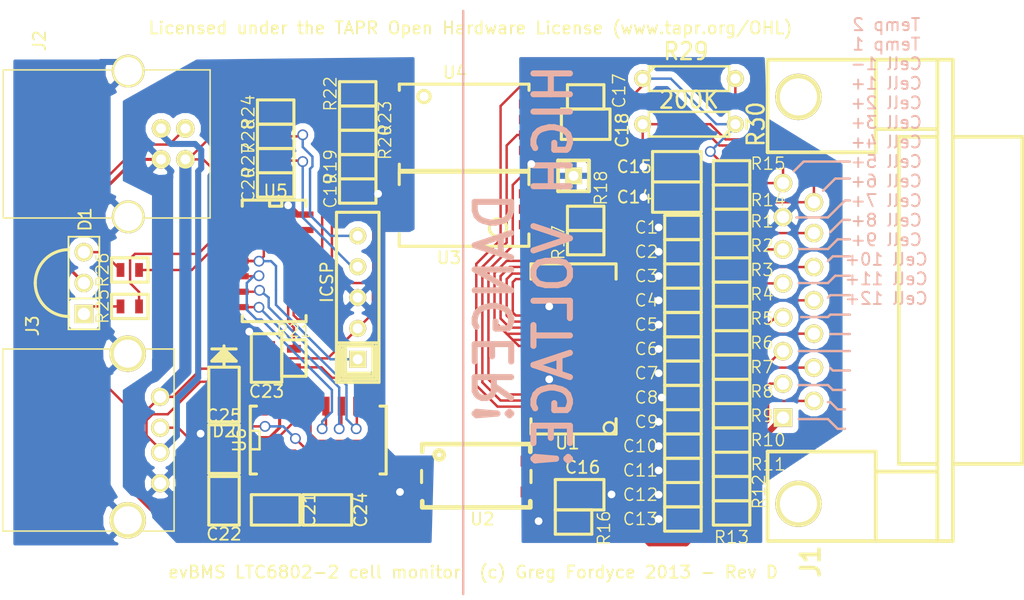
<source format=kicad_pcb>
(kicad_pcb (version 3) (host pcbnew "(2013-03-15 BZR 4003)-stable")
  (title_block (title "LTC6802-2 based cell monitor") (rev D) (company "(c) Greg Fordyce 2013") (comment 1 www.go-ev.co.uk) (comment 4 "Licensed under the TAPR Open Hardware License (www.tapr.org/OHL)"))
  (layers (15 F.Cu signal) (0 B.Cu signal) (18 B.Paste user) (19 F.Paste user) (20 B.SilkS user) (21 F.SilkS user) (22 B.Mask user) (23 F.Mask user) (28 Edge.Cuts user))
  (net 0 "")
  (net 1 GND)
  (net 2 GNDPWR)
  (net 3 N-000001)
  (net 4 N-0000010)
  (net 5 N-0000011)
  (net 6 N-0000012)
  (net 7 N-0000013)
  (net 8 N-0000014)
  (net 9 N-0000016)
  (net 10 N-0000017)
  (net 11 N-0000018)
  (net 12 N-0000019)
  (net 13 N-000002)
  (net 14 N-0000020)
  (net 15 N-0000021)
  (net 16 N-0000022)
  (net 17 N-0000023)
  (net 18 N-0000024)
  (net 19 N-0000025)
  (net 20 N-0000026)
  (net 21 N-0000027)
  (net 22 N-0000028)
  (net 23 N-0000029)
  (net 24 N-000003)
  (net 25 N-0000030)
  (net 26 N-0000031)
  (net 27 N-0000032)
  (net 28 N-0000033)
  (net 29 N-0000035)
  (net 30 N-0000036)
  (net 31 N-0000037)
  (net 32 N-0000038)
  (net 33 N-0000039)
  (net 34 N-000004)
  (net 35 N-0000040)
  (net 36 N-0000041)
  (net 37 N-0000042)
  (net 38 N-0000043)
  (net 39 N-0000044)
  (net 40 N-0000045)
  (net 41 N-0000046)
  (net 42 N-0000047)
  (net 43 N-0000048)
  (net 44 N-000005)
  (net 45 N-0000050)
  (net 46 N-0000051)
  (net 47 N-0000052)
  (net 48 N-0000053)
  (net 49 N-0000054)
  (net 50 N-0000055)
  (net 51 N-0000056)
  (net 52 N-0000057)
  (net 53 N-0000058)
  (net 54 N-0000059)
  (net 55 N-000006)
  (net 56 N-0000060)
  (net 57 N-0000061)
  (net 58 N-0000062)
  (net 59 N-0000063)
  (net 60 N-0000064)
  (net 61 N-0000065)
  (net 62 N-0000066)
  (net 63 N-000007)
  (net 64 N-000008)
  (net 65 N-0000081)
  (net 66 N-0000083)
  (net 67 N-0000085)
  (net 68 N-0000087)
  (net 69 N-0000088)
  (net 70 N-000009)
  (module USB_B (layer F.Cu) (at 139.45 104.95 270)
    (fp_text reference J2 (at -8.50138 7.29996 270) (layer F.SilkS) (effects (font (size 1.00076 1.00076) (thickness 0.14986))))
    (fp_text value "USB B conn." hide)
    (pad 1 thru_hole circle (at 1.27 -4.699 270) (size 1.524 1.524) (drill 0.812799) (layers *.Cu *.Mask F.SilkS) (net 67 N-0000085))
    (pad 2 thru_hole circle (at -1.27 -4.699 270) (size 1.524 1.524) (drill 0.812799) (layers *.Cu *.Mask F.SilkS) (net 41 N-0000046))
    (pad 3 thru_hole circle (at -1.27 -2.70002 270) (size 1.524 1.524) (drill 0.812799) (layers *.Cu *.Mask F.SilkS) (net 21 N-0000027))
    (pad 4 thru_hole circle (at 1.27 -2.70002 270) (size 1.524 1.524) (drill 0.812799) (layers *.Cu *.Mask F.SilkS) (net 1 GND))
    (pad 5 thru_hole circle (at 5.99948 0 270) (size 2.70002 2.70002) (drill 2.301238) (layers *.Cu *.Mask F.SilkS) (net 69 N-0000088))
    (pad 6 thru_hole circle (at -5.99948 0 270) (size 2.70002 2.70002) (drill 2.301238) (layers *.Cu *.Mask F.SilkS) (net 69 N-0000088))
  )
  (module USB_A (layer F.Cu) (at 142.075 129.325 180)
    (fp_text reference J3 (at 10.50036 9.40054 270) (layer F.SilkS) (effects (font (size 1.00076 1.00076) (thickness 0.14986))))
    (fp_text value "USB A connector" hide)
    (pad 4 thru_hole circle (at 0 -3.556 180) (size 1.50114 1.50114) (drill 1.00076) (layers *.Cu *.Mask F.SilkS) (net 1 GND))
    (pad 3 thru_hole circle (at 0 -1.016 180) (size 1.50114 1.50114) (drill 1.00076) (layers *.Cu *.Mask F.SilkS) (net 21 N-0000027))
    (pad 2 thru_hole circle (at 0 1.016 180) (size 1.50114 1.50114) (drill 1.00076) (layers *.Cu *.Mask F.SilkS) (net 29 N-0000035))
    (pad 1 thru_hole circle (at 0 3.556 180) (size 1.50114 1.50114) (drill 1.00076) (layers *.Cu *.Mask F.SilkS) (net 67 N-0000085))
    (pad 5 thru_hole circle (at 2.667 -6.604 180) (size 2.99974 2.99974) (drill 2.301238) (layers *.Cu *.Mask F.SilkS) (net 69 N-0000088))
    (pad 6 thru_hole circle (at 2.667 7.112 180) (size 2.99974 2.99974) (drill 2.301238) (layers *.Cu *.Mask F.SilkS) (net 69 N-0000088))
  )
  (module SSOP-44 (layer F.Cu) (at 176.075 121.825 90)
    (fp_text reference U1 (at -7.75 -0.5 180) (layer F.SilkS) (effects (font (size 1.00076 1.00076) (thickness 0.14986))))
    (fp_text value LTC6802-2 hide)
    (pad 1 smd rect (at -5.24764 3.50266 90) (size 0.24892 1.4986) (layers F.Cu F.Paste F.Mask) (net 13 N-000002))
    (pad 2 smd rect (at -4.74726 3.50266 90) (size 0.24892 1.4986) (layers F.Cu F.Paste F.Mask) (net 5 N-0000011))
    (pad 3 smd rect (at -4.24942 3.50266 90) (size 0.24892 1.4986) (layers F.Cu F.Paste F.Mask))
    (pad 4 smd rect (at -3.74904 3.50266 90) (size 0.24892 1.4986) (layers F.Cu F.Paste F.Mask) (net 6 N-0000012))
    (pad 5 smd rect (at -3.24866 3.50266 90) (size 0.24892 1.4986) (layers F.Cu F.Paste F.Mask))
    (pad 6 smd rect (at -2.74828 3.50266 90) (size 0.24892 1.4986) (layers F.Cu F.Paste F.Mask) (net 9 N-0000016))
    (pad 7 smd rect (at -2.2479 3.50266 90) (size 0.24892 1.4986) (layers F.Cu F.Paste F.Mask))
    (pad 8 smd rect (at -1.74752 3.50266 90) (size 0.24892 1.4986) (layers F.Cu F.Paste F.Mask) (net 10 N-0000017))
    (pad 9 smd rect (at -1.24714 3.50266 90) (size 0.24892 1.4986) (layers F.Cu F.Paste F.Mask))
    (pad 10 smd rect (at -0.7493 3.50266 90) (size 0.24892 1.4986) (layers F.Cu F.Paste F.Mask) (net 4 N-0000010))
    (pad 11 smd rect (at -0.24892 3.50266 90) (size 0.24892 1.4986) (layers F.Cu F.Paste F.Mask))
    (pad 12 smd rect (at 0.25146 3.50266 90) (size 0.24892 1.4986) (layers F.Cu F.Paste F.Mask) (net 16 N-0000022))
    (pad 13 smd rect (at 0.75184 3.50266 90) (size 0.24892 1.4986) (layers F.Cu F.Paste F.Mask))
    (pad 14 smd rect (at 1.25222 3.50266 90) (size 0.24892 1.4986) (layers F.Cu F.Paste F.Mask) (net 24 N-000003))
    (pad 15 smd rect (at 1.7526 3.50266 90) (size 0.24892 1.4986) (layers F.Cu F.Paste F.Mask))
    (pad 16 smd rect (at 2.25044 3.50266 90) (size 0.24892 1.4986) (layers F.Cu F.Paste F.Mask) (net 11 N-0000018))
    (pad 17 smd rect (at 2.75082 3.50266 90) (size 0.24892 1.4986) (layers F.Cu F.Paste F.Mask))
    (pad 18 smd rect (at 3.2512 3.50266 90) (size 0.24892 1.4986) (layers F.Cu F.Paste F.Mask) (net 14 N-0000020))
    (pad 19 smd rect (at 3.75158 3.50266 90) (size 0.24892 1.4986) (layers F.Cu F.Paste F.Mask))
    (pad 20 smd rect (at 4.25196 3.50266 90) (size 0.24892 1.4986) (layers F.Cu F.Paste F.Mask) (net 65 N-0000081))
    (pad 21 smd rect (at 4.75234 3.50266 90) (size 0.24892 1.4986) (layers F.Cu F.Paste F.Mask))
    (pad 22 smd rect (at 5.25272 3.50266 90) (size 0.24892 1.4986) (layers F.Cu F.Paste F.Mask) (net 7 N-0000013))
    (pad 23 smd rect (at 5.25018 -3.50266 90) (size 0.24892 1.4986) (layers F.Cu F.Paste F.Mask))
    (pad 24 smd rect (at 4.7498 -3.50266 90) (size 0.24892 1.4986) (layers F.Cu F.Paste F.Mask) (net 8 N-0000014))
    (pad 25 smd rect (at 4.24942 -3.50266 90) (size 0.24892 1.4986) (layers F.Cu F.Paste F.Mask))
    (pad 26 smd rect (at 3.74904 -3.50266 90) (size 0.24892 1.4986) (layers F.Cu F.Paste F.Mask) (net 2 GNDPWR))
    (pad 27 smd rect (at 3.2512 -3.50266 90) (size 0.24892 1.4986) (layers F.Cu F.Paste F.Mask) (net 2 GNDPWR))
    (pad 28 smd rect (at 2.75082 -3.50266 90) (size 0.24892 1.4986) (layers F.Cu F.Paste F.Mask) (net 61 N-0000065))
    (pad 29 smd rect (at 2.25044 -3.50266 90) (size 0.24892 1.4986) (layers F.Cu F.Paste F.Mask) (net 66 N-0000083))
    (pad 30 smd rect (at 1.75006 -3.50266 90) (size 0.24892 1.4986) (layers F.Cu F.Paste F.Mask) (net 62 N-0000066))
    (pad 31 smd rect (at 1.24968 -3.50266 90) (size 0.24892 1.4986) (layers F.Cu F.Paste F.Mask) (net 68 N-0000087))
    (pad 32 smd rect (at 0.7493 -3.50266 90) (size 0.24892 1.4986) (layers F.Cu F.Paste F.Mask) (net 68 N-0000087))
    (pad 33 smd rect (at 0.24892 -3.50266 90) (size 0.24892 1.4986) (layers F.Cu F.Paste F.Mask) (net 68 N-0000087))
    (pad 34 smd rect (at -0.24892 -3.50266 90) (size 0.24892 1.4986) (layers F.Cu F.Paste F.Mask))
    (pad 35 smd rect (at -0.7493 -3.50266 90) (size 0.24892 1.4986) (layers F.Cu F.Paste F.Mask))
    (pad 36 smd rect (at -1.24968 -3.50266 90) (size 0.24892 1.4986) (layers F.Cu F.Paste F.Mask))
    (pad 37 smd rect (at -1.75006 -3.50266 90) (size 0.24892 1.4986) (layers F.Cu F.Paste F.Mask) (net 2 GNDPWR))
    (pad 38 smd rect (at -2.25044 -3.50266 90) (size 0.24892 1.4986) (layers F.Cu F.Paste F.Mask) (net 2 GNDPWR))
    (pad 39 smd rect (at -2.75082 -3.50266 90) (size 0.24892 1.4986) (layers F.Cu F.Paste F.Mask) (net 2 GNDPWR))
    (pad 40 smd rect (at -3.2512 -3.50266 90) (size 0.24892 1.4986) (layers F.Cu F.Paste F.Mask) (net 2 GNDPWR))
    (pad 41 smd rect (at -3.74904 -3.50266 90) (size 0.24892 1.4986) (layers F.Cu F.Paste F.Mask) (net 51 N-0000056))
    (pad 42 smd rect (at -4.24942 -3.50266 90) (size 0.24892 1.4986) (layers F.Cu F.Paste F.Mask) (net 52 N-0000057))
    (pad 43 smd rect (at -4.7498 -3.50266 90) (size 0.24892 1.4986) (layers F.Cu F.Paste F.Mask) (net 48 N-0000053))
    (pad 44 smd rect (at -5.25018 -3.50266 90) (size 0.24892 1.4986) (layers F.Cu F.Paste F.Mask) (net 3 N-000001))
  )
  (module SOP-4L (layer F.Cu) (at 168.075 132.325)
    (fp_text reference U2 (at 0.5 3.5) (layer F.SilkS) (effects (font (size 1.00076 1.00076) (thickness 0.14986))))
    (fp_text value TCLT1009 hide)
    (pad 2 smd rect (at -4.445 1.27) (size 1.6002 0.89916) (layers F.Cu F.Paste F.Mask) (net 1 GND))
    (pad 3 smd rect (at 4.445 1.27) (size 1.6002 0.89916) (layers F.Cu F.Paste F.Mask) (net 2 GNDPWR))
    (pad 4 smd rect (at 4.445 -1.27) (size 1.6002 0.89916) (layers F.Cu F.Paste F.Mask) (net 3 N-000001))
    (pad 1 smd rect (at -4.445 -1.27) (size 1.6002 0.89916) (layers F.Cu F.Paste F.Mask) (net 60 N-0000064))
  )
  (module SO8wide (layer F.Cu) (at 166.825 103.575 270)
    (fp_text reference U4 (at -4.5 0.5 360) (layer F.SilkS) (effects (font (size 1.00076 1.00076) (thickness 0.14986))))
    (fp_text value ACPL-K64L hide)
    (pad 1 smd rect (at -1.905 5.08 270) (size 0.75946 1.91008) (layers F.Cu F.Paste F.Mask) (net 54 N-0000059))
    (pad 2 smd rect (at -0.635 5.08 270) (size 0.75946 1.91008) (layers F.Cu F.Paste F.Mask) (net 59 N-0000063))
    (pad 3 smd rect (at 0.635 5.08 270) (size 0.75946 1.91008) (layers F.Cu F.Paste F.Mask) (net 57 N-0000061))
    (pad 4 smd rect (at 1.905 5.08 270) (size 0.75946 1.91008) (layers F.Cu F.Paste F.Mask) (net 56 N-0000060))
    (pad 5 smd rect (at 1.905 -5.715 270) (size 0.75946 1.91008) (layers F.Cu F.Paste F.Mask) (net 2 GNDPWR))
    (pad 6 smd rect (at 0.635 -5.715 270) (size 0.75946 1.91008) (layers F.Cu F.Paste F.Mask) (net 52 N-0000057))
    (pad 7 smd rect (at -0.635 -5.715 270) (size 0.75946 1.91008) (layers F.Cu F.Paste F.Mask) (net 51 N-0000056))
    (pad 8 smd rect (at -1.905 -5.715 270) (size 0.75946 1.91008) (layers F.Cu F.Paste F.Mask) (net 68 N-0000087))
  )
  (module SO6wide (layer F.Cu) (at 167.325 110.325 90)
    (fp_text reference U3 (at -4 -1.5 180) (layer F.SilkS) (effects (font (size 1.00076 1.00076) (thickness 0.14986))))
    (fp_text value ACPL-W61L hide)
    (pad 1 smd rect (at -1.27 5.207 90) (size 0.75946 1.91008) (layers F.Cu F.Paste F.Mask) (net 49 N-0000054))
    (pad 2 smd rect (at 0 5.207 90) (size 0.75946 1.91008) (layers F.Cu F.Paste F.Mask))
    (pad 3 smd rect (at 1.27 5.207 90) (size 0.75946 1.91008) (layers F.Cu F.Paste F.Mask) (net 50 N-0000055))
    (pad 4 smd rect (at 1.27 -5.588 90) (size 0.75946 1.91008) (layers F.Cu F.Paste F.Mask) (net 1 GND))
    (pad 5 smd rect (at 0 -5.588 90) (size 0.75946 1.91008) (layers F.Cu F.Paste F.Mask) (net 53 N-0000058))
    (pad 6 smd rect (at -1.27 -5.588 90) (size 0.75946 1.91008) (layers F.Cu F.Paste F.Mask) (net 67 N-0000085))
  )
  (module SO16N (layer F.Cu) (at 155.075 129.325)
    (fp_text reference U6 (at -6.477 0 90) (layer F.SilkS) (effects (font (size 1.016 1.016) (thickness 0.14986))))
    (fp_text value MAX232 hide)
    (pad 16 smd rect (at -4.445 -2.794) (size 0.6 1.55) (layers F.Cu F.Paste F.Mask) (net 67 N-0000085))
    (pad 14 smd rect (at -1.905 -2.794) (size 0.6 1.55) (layers F.Cu F.Paste F.Mask) (net 29 N-0000035))
    (pad 13 smd rect (at -0.635 -2.794) (size 0.6 1.55) (layers F.Cu F.Paste F.Mask) (net 41 N-0000046))
    (pad 12 smd rect (at 0.635 -2.794) (size 0.6 1.55) (layers F.Cu F.Paste F.Mask) (net 38 N-0000043))
    (pad 11 smd rect (at 1.905 -2.794) (size 0.6 1.55) (layers F.Cu F.Paste F.Mask) (net 37 N-0000042))
    (pad 10 smd rect (at 3.175 -2.794) (size 0.6 1.55) (layers F.Cu F.Paste F.Mask) (net 36 N-0000041))
    (pad 9 smd rect (at 4.445 -2.794) (size 0.6 1.55) (layers F.Cu F.Paste F.Mask))
    (pad 8 smd rect (at 4.445 2.667) (size 0.6 1.55) (layers F.Cu F.Paste F.Mask))
    (pad 7 smd rect (at 3.175 2.667) (size 0.6 1.55) (layers F.Cu F.Paste F.Mask) (net 40 N-0000045))
    (pad 6 smd rect (at 1.905 2.667) (size 0.6 1.55) (layers F.Cu F.Paste F.Mask) (net 64 N-000008))
    (pad 5 smd rect (at 0.635 2.667) (size 0.6 1.55) (layers F.Cu F.Paste F.Mask) (net 63 N-000007))
    (pad 4 smd rect (at -0.635 2.667) (size 0.6 1.55) (layers F.Cu F.Paste F.Mask) (net 55 N-000006))
    (pad 3 smd rect (at -1.905 2.667) (size 0.6 1.55) (layers F.Cu F.Paste F.Mask) (net 44 N-000005))
    (pad 2 smd rect (at -3.175 2.667) (size 0.6 1.55) (layers F.Cu F.Paste F.Mask) (net 42 N-0000047))
    (pad 1 smd rect (at -4.445 2.667) (size 0.6 1.55) (layers F.Cu F.Paste F.Mask) (net 34 N-000004))
    (pad 15 smd rect (at -3.175 -2.794) (size 0.6 1.55) (layers F.Cu F.Paste F.Mask) (net 1 GND))
  )
  (module SO14E (layer F.Cu) (at 151.575 114.575 270)
    (fp_text reference U5 (at -5.75 0 360) (layer F.SilkS) (effects (font (size 1.00076 1.00076) (thickness 0.14986))))
    (fp_text value PIC16F1825 hide)
    (pad 1 smd rect (at -3.81 2.794 270) (size 0.508 1.143) (layers F.Cu F.Paste F.Mask) (net 67 N-0000085))
    (pad 2 smd rect (at -2.54 2.794 270) (size 0.508 1.143) (layers F.Cu F.Paste F.Mask) (net 46 N-0000051))
    (pad 3 smd rect (at -1.27 2.794 270) (size 0.508 1.143) (layers F.Cu F.Paste F.Mask) (net 45 N-0000050))
    (pad 4 smd rect (at 0 2.794 270) (size 0.508 1.143) (layers F.Cu F.Paste F.Mask) (net 47 N-0000052))
    (pad 5 smd rect (at 1.27 2.794 270) (size 0.508 1.143) (layers F.Cu F.Paste F.Mask) (net 38 N-0000043))
    (pad 6 smd rect (at 2.54 2.794 270) (size 0.508 1.143) (layers F.Cu F.Paste F.Mask) (net 36 N-0000041))
    (pad 7 smd rect (at 3.81 2.794 270) (size 0.508 1.143) (layers F.Cu F.Paste F.Mask) (net 37 N-0000042))
    (pad 8 smd rect (at 3.81 -2.54 270) (size 0.508 1.143) (layers F.Cu F.Paste F.Mask) (net 58 N-0000062))
    (pad 9 smd rect (at 2.54 -2.54 270) (size 0.508 1.143) (layers F.Cu F.Paste F.Mask) (net 53 N-0000058))
    (pad 10 smd rect (at 1.27 -2.54 270) (size 0.508 1.143) (layers F.Cu F.Paste F.Mask) (net 39 N-0000044))
    (pad 11 smd rect (at 0 -2.54 270) (size 0.508 1.143) (layers F.Cu F.Paste F.Mask) (net 43 N-0000048))
    (pad 12 smd rect (at -1.27 -2.54 270) (size 0.508 1.143) (layers F.Cu F.Paste F.Mask) (net 32 N-0000038))
    (pad 13 smd rect (at -2.54 -2.54 270) (size 0.508 1.143) (layers F.Cu F.Paste F.Mask) (net 31 N-0000037))
    (pad 14 smd rect (at -3.81 -2.54 270) (size 0.508 1.143) (layers F.Cu F.Paste F.Mask) (net 1 GND))
  )
  (module SM0805 (layer F.Cu) (at 147.325 134.325 90)
    (fp_text reference C22 (at -2.75 0 180) (layer F.SilkS) (effects (font (size 1.00076 1.00076) (thickness 0.14986))))
    (fp_text value 1uf hide)
    (pad 1 smd rect (at -0.9525 0 90) (size 0.889 1.397) (layers F.Cu F.Paste F.Mask) (net 44 N-000005))
    (pad 2 smd rect (at 0.9525 0 90) (size 0.889 1.397) (layers F.Cu F.Paste F.Mask) (net 34 N-000004))
  )
  (module SM0805 (layer F.Cu) (at 184.575 109.325 180)
    (fp_text reference C14 (at 3.5 0 180) (layer F.SilkS) (effects (font (size 1.00076 1.00076) (thickness 0.14986))))
    (fp_text value 1uf hide)
    (pad 1 smd rect (at -0.9525 0 180) (size 0.889 1.397) (layers F.Cu F.Paste F.Mask) (net 61 N-0000065))
    (pad 2 smd rect (at 0.9525 0 180) (size 0.889 1.397) (layers F.Cu F.Paste F.Mask) (net 2 GNDPWR))
  )
  (module SM0805 (layer F.Cu) (at 184.575 106.825 180)
    (fp_text reference C15 (at 3.5 0 180) (layer F.SilkS) (effects (font (size 1.00076 1.00076) (thickness 0.14986))))
    (fp_text value 1uf hide)
    (pad 1 smd rect (at -0.9525 0 180) (size 0.889 1.397) (layers F.Cu F.Paste F.Mask) (net 66 N-0000083))
    (pad 2 smd rect (at 0.9525 0 180) (size 0.889 1.397) (layers F.Cu F.Paste F.Mask) (net 2 GNDPWR))
  )
  (module SM0805 (layer F.Cu) (at 176.575 133.825 180)
    (fp_text reference C16 (at -0.25 2.25 180) (layer F.SilkS) (effects (font (size 1.00076 1.00076) (thickness 0.14986))))
    (fp_text value 1uf hide)
    (pad 1 smd rect (at -0.9525 0 180) (size 0.889 1.397) (layers F.Cu F.Paste F.Mask) (net 2 GNDPWR))
    (pad 2 smd rect (at 0.9525 0 180) (size 0.889 1.397) (layers F.Cu F.Paste F.Mask) (net 68 N-0000087))
  )
  (module SM0805 (layer F.Cu) (at 177.075 103.325 180)
    (fp_text reference C18 (at -3 -0.5 270) (layer F.SilkS) (effects (font (size 1.00076 1.00076) (thickness 0.14986))))
    (fp_text value 1uf hide)
    (pad 1 smd rect (at -0.9525 0 180) (size 0.889 1.397) (layers F.Cu F.Paste F.Mask) (net 62 N-0000066))
    (pad 2 smd rect (at 0.9525 0 180) (size 0.889 1.397) (layers F.Cu F.Paste F.Mask) (net 2 GNDPWR))
  )
  (module SM0805 (layer F.Cu) (at 151.575 135.075 180)
    (fp_text reference C21 (at -2.75 0 270) (layer F.SilkS) (effects (font (size 1.00076 1.00076) (thickness 0.14986))))
    (fp_text value 1uf hide)
    (pad 1 smd rect (at -0.9525 0 180) (size 0.889 1.397) (layers F.Cu F.Paste F.Mask) (net 42 N-0000047))
    (pad 2 smd rect (at 0.9525 0 180) (size 0.889 1.397) (layers F.Cu F.Paste F.Mask) (net 67 N-0000085))
  )
  (module SM0805 (layer F.Cu) (at 155.825 135.075 180)
    (fp_text reference C24 (at -2.75 0 270) (layer F.SilkS) (effects (font (size 1.00076 1.00076) (thickness 0.14986))))
    (fp_text value 1uf hide)
    (pad 1 smd rect (at -0.9525 0 180) (size 0.889 1.397) (layers F.Cu F.Paste F.Mask) (net 63 N-000007))
    (pad 2 smd rect (at 0.9525 0 180) (size 0.889 1.397) (layers F.Cu F.Paste F.Mask) (net 55 N-000006))
  )
  (module SM0805 (layer F.Cu) (at 147.325 130.075 270)
    (fp_text reference C25 (at -2.75 0 360) (layer F.SilkS) (effects (font (size 1.00076 1.00076) (thickness 0.14986))))
    (fp_text value 1uf hide)
    (pad 1 smd rect (at -0.9525 0 270) (size 0.889 1.397) (layers F.Cu F.Paste F.Mask) (net 1 GND))
    (pad 2 smd rect (at 0.9525 0 270) (size 0.889 1.397) (layers F.Cu F.Paste F.Mask) (net 64 N-000008))
  )
  (module SM0805 (layer F.Cu) (at 150.825 122.575 90)
    (fp_text reference C23 (at -2.75 0 180) (layer F.SilkS) (effects (font (size 1.00076 1.00076) (thickness 0.14986))))
    (fp_text value 1uf hide)
    (pad 1 smd rect (at -0.9525 0 90) (size 0.889 1.397) (layers F.Cu F.Paste F.Mask) (net 67 N-0000085))
    (pad 2 smd rect (at 0.9525 0 90) (size 0.889 1.397) (layers F.Cu F.Paste F.Mask) (net 1 GND))
  )
  (module SM0603_Capa (layer F.Cu) (at 185.075 123.825 180)
    (fp_text reference C7 (at 3 0 180) (layer F.SilkS) (effects (font (thickness 0.1143))))
    (fp_text value 100nf hide)
    (pad 1 smd rect (at -0.762 0 180) (size 0.635 1.143) (layers F.Cu F.Paste F.Mask) (net 16 N-0000022))
    (pad 2 smd rect (at 0.762 0 180) (size 0.635 1.143) (layers F.Cu F.Paste F.Mask) (net 2 GNDPWR))
  )
  (module SM0603_Capa (layer F.Cu) (at 185.075 131.825 180)
    (fp_text reference C11 (at 3.5 0 180) (layer F.SilkS) (effects (font (thickness 0.1143))))
    (fp_text value 100nf hide)
    (pad 1 smd rect (at -0.762 0 180) (size 0.635 1.143) (layers F.Cu F.Paste F.Mask) (net 6 N-0000012))
    (pad 2 smd rect (at 0.762 0 180) (size 0.635 1.143) (layers F.Cu F.Paste F.Mask) (net 2 GNDPWR))
  )
  (module SM0603_Capa (layer F.Cu) (at 185.075 129.825 180)
    (fp_text reference C10 (at 3.5 0 180) (layer F.SilkS) (effects (font (thickness 0.1143))))
    (fp_text value 100nf hide)
    (pad 1 smd rect (at -0.762 0 180) (size 0.635 1.143) (layers F.Cu F.Paste F.Mask) (net 9 N-0000016))
    (pad 2 smd rect (at 0.762 0 180) (size 0.635 1.143) (layers F.Cu F.Paste F.Mask) (net 2 GNDPWR))
  )
  (module SM0603_Capa (layer F.Cu) (at 185.075 127.825 180)
    (fp_text reference C9 (at 3 0 180) (layer F.SilkS) (effects (font (thickness 0.1143))))
    (fp_text value 100nf hide)
    (pad 1 smd rect (at -0.762 0 180) (size 0.635 1.143) (layers F.Cu F.Paste F.Mask) (net 10 N-0000017))
    (pad 2 smd rect (at 0.762 0 180) (size 0.635 1.143) (layers F.Cu F.Paste F.Mask) (net 2 GNDPWR))
  )
  (module SM0603_Capa (layer F.Cu) (at 151.575 108.325)
    (fp_text reference C20 (at -2.2479 -0.00254 90) (layer F.SilkS) (effects (font (thickness 0.1143))))
    (fp_text value 100nf hide)
    (pad 1 smd rect (at -0.762 0) (size 0.635 1.143) (layers F.Cu F.Paste F.Mask) (net 1 GND))
    (pad 2 smd rect (at 0.762 0) (size 0.635 1.143) (layers F.Cu F.Paste F.Mask) (net 67 N-0000085))
  )
  (module SM0603_Capa (layer F.Cu) (at 177.075 101.075 180)
    (fp_text reference C17 (at -2.75 0.5 270) (layer F.SilkS) (effects (font (thickness 0.1143))))
    (fp_text value 100nf hide)
    (pad 1 smd rect (at -0.762 0 180) (size 0.635 1.143) (layers F.Cu F.Paste F.Mask) (net 68 N-0000087))
    (pad 2 smd rect (at 0.762 0 180) (size 0.635 1.143) (layers F.Cu F.Paste F.Mask) (net 2 GNDPWR))
  )
  (module SM0603_Capa (layer F.Cu) (at 158.325 108.825)
    (fp_text reference C19 (at -2.2479 -0.00254 90) (layer F.SilkS) (effects (font (thickness 0.1143))))
    (fp_text value 100nf hide)
    (pad 1 smd rect (at -0.762 0) (size 0.635 1.143) (layers F.Cu F.Paste F.Mask) (net 67 N-0000085))
    (pad 2 smd rect (at 0.762 0) (size 0.635 1.143) (layers F.Cu F.Paste F.Mask) (net 1 GND))
  )
  (module SM0603_Capa (layer F.Cu) (at 185.075 135.825 180)
    (fp_text reference C13 (at 3.5 0 180) (layer F.SilkS) (effects (font (thickness 0.1143))))
    (fp_text value 100nf hide)
    (pad 1 smd rect (at -0.762 0 180) (size 0.635 1.143) (layers F.Cu F.Paste F.Mask) (net 13 N-000002))
    (pad 2 smd rect (at 0.762 0 180) (size 0.635 1.143) (layers F.Cu F.Paste F.Mask) (net 2 GNDPWR))
  )
  (module SM0603_Capa (layer F.Cu) (at 185.075 125.825 180)
    (fp_text reference C8 (at 3 0 180) (layer F.SilkS) (effects (font (thickness 0.1143))))
    (fp_text value 100nf hide)
    (pad 1 smd rect (at -0.762 0 180) (size 0.635 1.143) (layers F.Cu F.Paste F.Mask) (net 4 N-0000010))
    (pad 2 smd rect (at 0.762 0 180) (size 0.635 1.143) (layers F.Cu F.Paste F.Mask) (net 2 GNDPWR))
  )
  (module SM0603_Capa (layer F.Cu) (at 185.075 111.825 180)
    (fp_text reference C1 (at 3 0 180) (layer F.SilkS) (effects (font (thickness 0.1143))))
    (fp_text value 100nf hide)
    (pad 1 smd rect (at -0.762 0 180) (size 0.635 1.143) (layers F.Cu F.Paste F.Mask) (net 8 N-0000014))
    (pad 2 smd rect (at 0.762 0 180) (size 0.635 1.143) (layers F.Cu F.Paste F.Mask) (net 2 GNDPWR))
  )
  (module SM0603_Capa (layer F.Cu) (at 185.075 113.825 180)
    (fp_text reference C2 (at 3 0 180) (layer F.SilkS) (effects (font (thickness 0.1143))))
    (fp_text value 100nf hide)
    (pad 1 smd rect (at -0.762 0 180) (size 0.635 1.143) (layers F.Cu F.Paste F.Mask) (net 7 N-0000013))
    (pad 2 smd rect (at 0.762 0 180) (size 0.635 1.143) (layers F.Cu F.Paste F.Mask) (net 2 GNDPWR))
  )
  (module SM0603_Capa (layer F.Cu) (at 185.075 133.825 180)
    (fp_text reference C12 (at 3.5 0 180) (layer F.SilkS) (effects (font (thickness 0.1143))))
    (fp_text value 100nf hide)
    (pad 1 smd rect (at -0.762 0 180) (size 0.635 1.143) (layers F.Cu F.Paste F.Mask) (net 5 N-0000011))
    (pad 2 smd rect (at 0.762 0 180) (size 0.635 1.143) (layers F.Cu F.Paste F.Mask) (net 2 GNDPWR))
  )
  (module SM0603_Capa (layer F.Cu) (at 185.075 115.825 180)
    (fp_text reference C3 (at 3 0 180) (layer F.SilkS) (effects (font (thickness 0.1143))))
    (fp_text value 100nf hide)
    (pad 1 smd rect (at -0.762 0 180) (size 0.635 1.143) (layers F.Cu F.Paste F.Mask) (net 65 N-0000081))
    (pad 2 smd rect (at 0.762 0 180) (size 0.635 1.143) (layers F.Cu F.Paste F.Mask) (net 2 GNDPWR))
  )
  (module SM0603_Capa (layer F.Cu) (at 185.075 117.825 180)
    (fp_text reference C4 (at 3 0 180) (layer F.SilkS) (effects (font (thickness 0.1143))))
    (fp_text value 100nf hide)
    (pad 1 smd rect (at -0.762 0 180) (size 0.635 1.143) (layers F.Cu F.Paste F.Mask) (net 14 N-0000020))
    (pad 2 smd rect (at 0.762 0 180) (size 0.635 1.143) (layers F.Cu F.Paste F.Mask) (net 2 GNDPWR))
  )
  (module SM0603_Capa (layer F.Cu) (at 185.075 119.825 180)
    (fp_text reference C5 (at 3 0 180) (layer F.SilkS) (effects (font (thickness 0.1143))))
    (fp_text value 100nf hide)
    (pad 1 smd rect (at -0.762 0 180) (size 0.635 1.143) (layers F.Cu F.Paste F.Mask) (net 11 N-0000018))
    (pad 2 smd rect (at 0.762 0 180) (size 0.635 1.143) (layers F.Cu F.Paste F.Mask) (net 2 GNDPWR))
  )
  (module SM0603_Capa (layer F.Cu) (at 185.075 121.825 180)
    (fp_text reference C6 (at 3 0 180) (layer F.SilkS) (effects (font (thickness 0.1143))))
    (fp_text value 100nf hide)
    (pad 1 smd rect (at -0.762 0 180) (size 0.635 1.143) (layers F.Cu F.Paste F.Mask) (net 24 N-000003))
    (pad 2 smd rect (at 0.762 0 180) (size 0.635 1.143) (layers F.Cu F.Paste F.Mask) (net 2 GNDPWR))
  )
  (module SM0603 (layer F.Cu) (at 189.075 125.325 180)
    (fp_text reference R8 (at -2.5 0 180) (layer F.SilkS) (effects (font (thickness 0.1143))))
    (fp_text value 100R hide)
    (pad 1 smd rect (at -0.762 0 180) (size 0.635 1.143) (layers F.Cu F.Paste F.Mask) (net 25 N-0000030))
    (pad 2 smd rect (at 0.762 0 180) (size 0.635 1.143) (layers F.Cu F.Paste F.Mask) (net 4 N-0000010))
  )
  (module SM0603 (layer F.Cu) (at 189.075 133.325 180)
    (fp_text reference R12 (at -2.25 -0.25 270) (layer F.SilkS) (effects (font (thickness 0.1143))))
    (fp_text value 100R hide)
    (pad 1 smd rect (at -0.762 0 180) (size 0.635 1.143) (layers F.Cu F.Paste F.Mask) (net 70 N-000009))
    (pad 2 smd rect (at 0.762 0 180) (size 0.635 1.143) (layers F.Cu F.Paste F.Mask) (net 5 N-0000011))
  )
  (module SM0603 (layer F.Cu) (at 189.075 131.325 180)
    (fp_text reference R11 (at -3 0 180) (layer F.SilkS) (effects (font (thickness 0.1143))))
    (fp_text value 100R hide)
    (pad 1 smd rect (at -0.762 0 180) (size 0.635 1.143) (layers F.Cu F.Paste F.Mask) (net 28 N-0000033))
    (pad 2 smd rect (at 0.762 0 180) (size 0.635 1.143) (layers F.Cu F.Paste F.Mask) (net 6 N-0000012))
  )
  (module SM0603 (layer F.Cu) (at 189.075 129.325 180)
    (fp_text reference R10 (at -3 0 180) (layer F.SilkS) (effects (font (thickness 0.1143))))
    (fp_text value 100R hide)
    (pad 1 smd rect (at -0.762 0 180) (size 0.635 1.143) (layers F.Cu F.Paste F.Mask) (net 22 N-0000028))
    (pad 2 smd rect (at 0.762 0 180) (size 0.635 1.143) (layers F.Cu F.Paste F.Mask) (net 9 N-0000016))
  )
  (module SM0603 (layer F.Cu) (at 189.075 127.325 180)
    (fp_text reference R9 (at -2.5 0 180) (layer F.SilkS) (effects (font (thickness 0.1143))))
    (fp_text value 100R hide)
    (pad 1 smd rect (at -0.762 0 180) (size 0.635 1.143) (layers F.Cu F.Paste F.Mask) (net 23 N-0000029))
    (pad 2 smd rect (at 0.762 0 180) (size 0.635 1.143) (layers F.Cu F.Paste F.Mask) (net 10 N-0000017))
  )
  (module SM0603 (layer F.Cu) (at 158.325 100.825)
    (fp_text reference R22 (at -2.2479 -0.00254 90) (layer F.SilkS) (effects (font (thickness 0.1143))))
    (fp_text value 845R hide)
    (pad 1 smd rect (at -0.762 0) (size 0.635 1.143) (layers F.Cu F.Paste F.Mask) (net 67 N-0000085))
    (pad 2 smd rect (at 0.762 0) (size 0.635 1.143) (layers F.Cu F.Paste F.Mask) (net 54 N-0000059))
  )
  (module SM0603 (layer F.Cu) (at 189.075 123.325 180)
    (fp_text reference R7 (at -2.5 0 180) (layer F.SilkS) (effects (font (thickness 0.1143))))
    (fp_text value 100R hide)
    (pad 1 smd rect (at -0.762 0 180) (size 0.635 1.143) (layers F.Cu F.Paste F.Mask) (net 15 N-0000021))
    (pad 2 smd rect (at 0.762 0 180) (size 0.635 1.143) (layers F.Cu F.Paste F.Mask) (net 16 N-0000022))
  )
  (module SM0603 (layer F.Cu) (at 158.325 106.825)
    (fp_text reference R19 (at -2.2479 -0.00254 90) (layer F.SilkS) (effects (font (thickness 0.1143))))
    (fp_text value 845R hide)
    (pad 1 smd rect (at -0.762 0) (size 0.635 1.143) (layers F.Cu F.Paste F.Mask) (net 67 N-0000085))
    (pad 2 smd rect (at 0.762 0) (size 0.635 1.143) (layers F.Cu F.Paste F.Mask) (net 56 N-0000060))
  )
  (module SM0603 (layer F.Cu) (at 158.325 104.825 180)
    (fp_text reference R20 (at -2.2479 -0.00254 270) (layer F.SilkS) (effects (font (thickness 0.1143))))
    (fp_text value 845R hide)
    (pad 1 smd rect (at -0.762 0 180) (size 0.635 1.143) (layers F.Cu F.Paste F.Mask) (net 57 N-0000061))
    (pad 2 smd rect (at 0.762 0 180) (size 0.635 1.143) (layers F.Cu F.Paste F.Mask) (net 58 N-0000062))
  )
  (module SM0603 (layer F.Cu) (at 158.325 102.825 180)
    (fp_text reference R23 (at -2.2479 -0.00254 270) (layer F.SilkS) (effects (font (thickness 0.1143))))
    (fp_text value 845R hide)
    (pad 1 smd rect (at -0.762 0 180) (size 0.635 1.143) (layers F.Cu F.Paste F.Mask) (net 59 N-0000063))
    (pad 2 smd rect (at 0.762 0 180) (size 0.635 1.143) (layers F.Cu F.Paste F.Mask) (net 39 N-0000044))
  )
  (module SM0603 (layer F.Cu) (at 151.575 104.325)
    (fp_text reference R28 (at -2.2479 -0.00254 90) (layer F.SilkS) (effects (font (thickness 0.1143))))
    (fp_text value 330R hide)
    (pad 1 smd rect (at -0.762 0) (size 0.635 1.143) (layers F.Cu F.Paste F.Mask) (net 32 N-0000038))
    (pad 2 smd rect (at 0.762 0) (size 0.635 1.143) (layers F.Cu F.Paste F.Mask) (net 33 N-0000039))
  )
  (module SM0603 (layer F.Cu) (at 177.075 111.075)
    (fp_text reference R18 (at 1.25 -2.5 90) (layer F.SilkS) (effects (font (thickness 0.1143))))
    (fp_text value 680R hide)
    (pad 1 smd rect (at -0.762 0) (size 0.635 1.143) (layers F.Cu F.Paste F.Mask) (net 50 N-0000055))
    (pad 2 smd rect (at 0.762 0) (size 0.635 1.143) (layers F.Cu F.Paste F.Mask) (net 48 N-0000053))
  )
  (module SM0603 (layer F.Cu) (at 151.575 102.325)
    (fp_text reference R24 (at -2.2479 -0.00254 90) (layer F.SilkS) (effects (font (thickness 0.1143))))
    (fp_text value 10K hide)
    (pad 1 smd rect (at -0.762 0) (size 0.635 1.143) (layers F.Cu F.Paste F.Mask) (net 47 N-0000052))
    (pad 2 smd rect (at 0.762 0) (size 0.635 1.143) (layers F.Cu F.Paste F.Mask) (net 67 N-0000085))
  )
  (module SM0603 (layer F.Cu) (at 151.575 106.325)
    (fp_text reference R27 (at -2.2479 -0.00254 90) (layer F.SilkS) (effects (font (thickness 0.1143))))
    (fp_text value 330R hide)
    (pad 1 smd rect (at -0.762 0) (size 0.635 1.143) (layers F.Cu F.Paste F.Mask) (net 31 N-0000037))
    (pad 2 smd rect (at 0.762 0) (size 0.635 1.143) (layers F.Cu F.Paste F.Mask) (net 30 N-0000036))
  )
  (module SM0603 (layer F.Cu) (at 189.075 121.325 180)
    (fp_text reference R6 (at -2.5 0 180) (layer F.SilkS) (effects (font (thickness 0.1143))))
    (fp_text value 100R hide)
    (pad 1 smd rect (at -0.762 0 180) (size 0.635 1.143) (layers F.Cu F.Paste F.Mask) (net 12 N-0000019))
    (pad 2 smd rect (at 0.762 0 180) (size 0.635 1.143) (layers F.Cu F.Paste F.Mask) (net 24 N-000003))
  )
  (module SM0603 (layer F.Cu) (at 139.575 118.325)
    (fp_text reference R25 (at -2.2479 -0.00254 90) (layer F.SilkS) (effects (font (thickness 0.1143))))
    (fp_text value 330R hide)
    (pad 1 smd rect (at -0.762 0) (size 0.635 1.143) (layers F.Cu F.Paste F.Mask) (net 26 N-0000031))
    (pad 2 smd rect (at 0.762 0) (size 0.635 1.143) (layers F.Cu F.Paste F.Mask) (net 46 N-0000051))
  )
  (module SM0603 (layer F.Cu) (at 189.075 109.325)
    (fp_text reference R14 (at 3 0.25) (layer F.SilkS) (effects (font (thickness 0.1143))))
    (fp_text value 200K hide)
    (pad 1 smd rect (at -0.762 0) (size 0.635 1.143) (layers F.Cu F.Paste F.Mask) (net 62 N-0000066))
    (pad 2 smd rect (at 0.762 0) (size 0.635 1.143) (layers F.Cu F.Paste F.Mask) (net 61 N-0000065))
  )
  (module SM0603 (layer F.Cu) (at 189.075 107.325)
    (fp_text reference R15 (at 3 -0.75) (layer F.SilkS) (effects (font (thickness 0.1143))))
    (fp_text value 200K hide)
    (pad 1 smd rect (at -0.762 0) (size 0.635 1.143) (layers F.Cu F.Paste F.Mask) (net 62 N-0000066))
    (pad 2 smd rect (at 0.762 0) (size 0.635 1.143) (layers F.Cu F.Paste F.Mask) (net 66 N-0000083))
  )
  (module SM0603 (layer F.Cu) (at 153.075 122.575 270)
    (fp_text reference R21 (at -2.2479 -0.00254 360) (layer F.SilkS) (effects (font (thickness 0.1143))))
    (fp_text value 330R hide)
    (pad 1 smd rect (at -0.762 0 270) (size 0.635 1.143) (layers F.Cu F.Paste F.Mask) (net 43 N-0000048))
    (pad 2 smd rect (at 0.762 0 270) (size 0.635 1.143) (layers F.Cu F.Paste F.Mask) (net 60 N-0000064))
  )
  (module SM0603 (layer F.Cu) (at 177.075 113.075)
    (fp_text reference R17 (at -2.2479 -0.00254 90) (layer F.SilkS) (effects (font (thickness 0.1143))))
    (fp_text value 1K hide)
    (pad 1 smd rect (at -0.762 0) (size 0.635 1.143) (layers F.Cu F.Paste F.Mask) (net 49 N-0000054))
    (pad 2 smd rect (at 0.762 0) (size 0.635 1.143) (layers F.Cu F.Paste F.Mask) (net 68 N-0000087))
  )
  (module SM0603 (layer F.Cu) (at 176.075 136.075)
    (fp_text reference R16 (at 2.5 0.5 90) (layer F.SilkS) (effects (font (thickness 0.1143))))
    (fp_text value 4K7 hide)
    (pad 1 smd rect (at -0.762 0) (size 0.635 1.143) (layers F.Cu F.Paste F.Mask) (net 3 N-000001))
    (pad 2 smd rect (at 0.762 0) (size 0.635 1.143) (layers F.Cu F.Paste F.Mask) (net 68 N-0000087))
  )
  (module SM0603 (layer F.Cu) (at 189.075 111.325 180)
    (fp_text reference R1 (at -2.5 0 180) (layer F.SilkS) (effects (font (thickness 0.1143))))
    (fp_text value 100R hide)
    (pad 1 smd rect (at -0.762 0 180) (size 0.635 1.143) (layers F.Cu F.Paste F.Mask) (net 17 N-0000023))
    (pad 2 smd rect (at 0.762 0 180) (size 0.635 1.143) (layers F.Cu F.Paste F.Mask) (net 8 N-0000014))
  )
  (module SM0603 (layer F.Cu) (at 139.575 115.325)
    (fp_text reference R26 (at -2.2479 -0.00254 90) (layer F.SilkS) (effects (font (thickness 0.1143))))
    (fp_text value 330R hide)
    (pad 1 smd rect (at -0.762 0) (size 0.635 1.143) (layers F.Cu F.Paste F.Mask) (net 27 N-0000032))
    (pad 2 smd rect (at 0.762 0) (size 0.635 1.143) (layers F.Cu F.Paste F.Mask) (net 45 N-0000050))
  )
  (module SM0603 (layer F.Cu) (at 189.075 135.325 180)
    (fp_text reference R13 (at 0 -2 180) (layer F.SilkS) (effects (font (thickness 0.1143))))
    (fp_text value 20R hide)
    (pad 1 smd rect (at -0.762 0 180) (size 0.635 1.143) (layers F.Cu F.Paste F.Mask) (net 70 N-000009))
    (pad 2 smd rect (at 0.762 0 180) (size 0.635 1.143) (layers F.Cu F.Paste F.Mask) (net 13 N-000002))
  )
  (module SM0603 (layer F.Cu) (at 189.075 113.325 180)
    (fp_text reference R2 (at -2.5 0 180) (layer F.SilkS) (effects (font (thickness 0.1143))))
    (fp_text value 100R hide)
    (pad 1 smd rect (at -0.762 0 180) (size 0.635 1.143) (layers F.Cu F.Paste F.Mask) (net 18 N-0000024))
    (pad 2 smd rect (at 0.762 0 180) (size 0.635 1.143) (layers F.Cu F.Paste F.Mask) (net 7 N-0000013))
  )
  (module SM0603 (layer F.Cu) (at 189.075 115.325 180)
    (fp_text reference R3 (at -2.5 0 180) (layer F.SilkS) (effects (font (thickness 0.1143))))
    (fp_text value 100R hide)
    (pad 1 smd rect (at -0.762 0 180) (size 0.635 1.143) (layers F.Cu F.Paste F.Mask) (net 19 N-0000025))
    (pad 2 smd rect (at 0.762 0 180) (size 0.635 1.143) (layers F.Cu F.Paste F.Mask) (net 65 N-0000081))
  )
  (module SM0603 (layer F.Cu) (at 189.075 117.325 180)
    (fp_text reference R4 (at -2.5 0 180) (layer F.SilkS) (effects (font (thickness 0.1143))))
    (fp_text value 100R hide)
    (pad 1 smd rect (at -0.762 0 180) (size 0.635 1.143) (layers F.Cu F.Paste F.Mask) (net 20 N-0000026))
    (pad 2 smd rect (at 0.762 0 180) (size 0.635 1.143) (layers F.Cu F.Paste F.Mask) (net 14 N-0000020))
  )
  (module SM0603 (layer F.Cu) (at 189.075 119.325 180)
    (fp_text reference R5 (at -2.5 0 180) (layer F.SilkS) (effects (font (thickness 0.1143))))
    (fp_text value 100R hide)
    (pad 1 smd rect (at -0.762 0 180) (size 0.635 1.143) (layers F.Cu F.Paste F.Mask) (net 35 N-0000040))
    (pad 2 smd rect (at 0.762 0 180) (size 0.635 1.143) (layers F.Cu F.Paste F.Mask) (net 11 N-0000018))
  )
  (module SIL-1 (layer F.Cu) (at 176.075 107.575 90)
    (fp_text reference P1 hide)
    (fp_text value CONN_1 hide)
    (pad 1 thru_hole rect (at 0 0 90) (size 1.397 1.397) (drill 0.812799) (layers *.Cu *.Mask F.SilkS) (net 2 GNDPWR))
  )
  (module R3 (layer F.Cu) (at 185.575 103.325 180)
    (fp_text reference R30 (at -5.5 0 270) (layer F.SilkS) (effects (font (size 1.397 1.27) (thickness 0.2032))))
    (fp_text value 200K (at 0 2 180) (layer F.SilkS) (effects (font (size 1.397 1.27) (thickness 0.2032))))
    (pad 1 thru_hole circle (at -3.81 0 180) (size 1.397 1.397) (drill 0.812799) (layers *.Cu *.Mask F.SilkS) (net 62 N-0000066))
    (pad 2 thru_hole circle (at 3.81 0 180) (size 1.397 1.397) (drill 0.812799) (layers *.Cu *.Mask F.SilkS) (net 66 N-0000083))
  )
  (module R3 (layer F.Cu) (at 185.575 99.575)
    (fp_text reference R29 (at -0.25 -2.25) (layer F.SilkS) (effects (font (size 1.397 1.27) (thickness 0.2032))))
    (fp_text value 200K hide)
    (pad 1 thru_hole circle (at -3.81 0) (size 1.397 1.397) (drill 0.812799) (layers *.Cu *.Mask F.SilkS) (net 62 N-0000066))
    (pad 2 thru_hole circle (at 3.81 0) (size 1.397 1.397) (drill 0.812799) (layers *.Cu *.Mask F.SilkS) (net 61 N-0000065))
  )
  (module ICSP (layer F.Cu) (at 158.325 116.325 90)
    (fp_text reference J4 hide)
    (fp_text value ICSP (at 0 -2.54 90) (layer F.SilkS))
    (pad 1 thru_hole rect (at -6.35 0 90) (size 1.397 1.397) (drill 0.812799) (layers *.Cu *.Mask F.SilkS) (net 47 N-0000052))
    (pad 2 thru_hole circle (at -3.81 0 90) (size 1.397 1.397) (drill 0.812799) (layers *.Cu *.Mask F.SilkS) (net 67 N-0000085))
    (pad 3 thru_hole circle (at -1.27 0 90) (size 1.397 1.397) (drill 0.812799) (layers *.Cu *.Mask F.SilkS) (net 1 GND))
    (pad 4 thru_hole circle (at 1.27 0 90) (size 1.397 1.397) (drill 0.812799) (layers *.Cu *.Mask F.SilkS) (net 30 N-0000036))
    (pad 5 thru_hole circle (at 3.81 0 90) (size 1.397 1.397) (drill 0.812799) (layers *.Cu *.Mask F.SilkS) (net 33 N-0000039))
  )
  (module Diode-0805 (layer F.Cu) (at 147.325 125.575 90)
    (fp_text reference D2 (at -3 0 180) (layer F.SilkS) (effects (font (size 1.00076 1.00076) (thickness 0.14986))))
    (fp_text value 1N4148 hide)
    (pad 1 smd rect (at -1.04902 0 90) (size 1.19888 1.19888) (layers F.Cu F.Paste F.Mask) (net 40 N-0000045))
    (pad 2 smd rect (at 1.04902 0 90) (size 1.19888 1.19888) (layers F.Cu F.Paste F.Mask) (net 21 N-0000027))
  )
  (module DB15MC (layer F.Cu) (at 194.575 117.825 270)
    (fp_text reference J1 (at 21.5 -1 270) (layer F.SilkS) (effects (font (size 1.524 1.524) (thickness 0.3048))))
    (fp_text value DB15 hide)
    (pad "" thru_hole circle (at 16.74876 0 270) (size 3.81 3.81) (drill 3.048) (layers *.Cu *.Mask F.SilkS))
    (pad "" thru_hole circle (at -16.74876 0 270) (size 3.81 3.81) (drill 3.048) (layers *.Cu *.Mask F.SilkS))
    (pad 8 thru_hole circle (at -9.652 1.27 270) (size 1.524 1.524) (drill 1.016) (layers *.Cu *.Mask F.SilkS) (net 66 N-0000083))
    (pad 7 thru_hole circle (at -6.858 1.27 270) (size 1.524 1.524) (drill 1.016) (layers *.Cu *.Mask F.SilkS) (net 2 GNDPWR))
    (pad 6 thru_hole circle (at -4.191 1.27 270) (size 1.524 1.524) (drill 1.016) (layers *.Cu *.Mask F.SilkS) (net 18 N-0000024))
    (pad 5 thru_hole circle (at -1.397 1.27 270) (size 1.524 1.524) (drill 1.016) (layers *.Cu *.Mask F.SilkS) (net 20 N-0000026))
    (pad 4 thru_hole circle (at 1.397 1.27 270) (size 1.524 1.524) (drill 1.016) (layers *.Cu *.Mask F.SilkS) (net 12 N-0000019))
    (pad 3 thru_hole circle (at 4.191 1.27 270) (size 1.524 1.524) (drill 1.016) (layers *.Cu *.Mask F.SilkS) (net 25 N-0000030))
    (pad 2 thru_hole circle (at 6.858 1.27 270) (size 1.524 1.524) (drill 1.016) (layers *.Cu *.Mask F.SilkS) (net 22 N-0000028))
    (pad 1 thru_hole rect (at 9.652 1.27 270) (size 1.524 1.524) (drill 1.016) (layers *.Cu *.Mask F.SilkS) (net 70 N-000009))
    (pad 15 thru_hole circle (at -8.0772 -1.27 270) (size 1.524 1.524) (drill 1.016) (layers *.Cu *.Mask F.SilkS) (net 61 N-0000065))
    (pad 14 thru_hole circle (at -5.5372 -1.27 270) (size 1.524 1.524) (drill 1.016) (layers *.Cu *.Mask F.SilkS) (net 17 N-0000023))
    (pad 13 thru_hole circle (at -2.7432 -1.27 270) (size 1.524 1.524) (drill 1.016) (layers *.Cu *.Mask F.SilkS) (net 19 N-0000025))
    (pad 12 thru_hole circle (at 0 -1.27 270) (size 1.524 1.524) (drill 1.016) (layers *.Cu *.Mask F.SilkS) (net 35 N-0000040))
    (pad 11 thru_hole circle (at 2.7432 -1.27 270) (size 1.524 1.524) (drill 1.016) (layers *.Cu *.Mask F.SilkS) (net 15 N-0000021))
    (pad 10 thru_hole circle (at 5.5372 -1.27 270) (size 1.524 1.524) (drill 1.016) (layers *.Cu *.Mask F.SilkS) (net 23 N-0000029))
    (pad 9 thru_hole circle (at 8.2804 -1.27 270) (size 1.524 1.524) (drill 1.016) (layers *.Cu *.Mask F.SilkS) (net 28 N-0000033))
  )
  (module Bi-LED (layer F.Cu) (at 135.8 116.4 90)
    (fp_text reference D1 (at 5.24002 0.09398 90) (layer F.SilkS) (effects (font (size 1.016 1.016) (thickness 0.1524))))
    (fp_text value BI_LED hide)
    (pad 1 thru_hole rect (at -2.54 0 90) (size 1.524 1.524) (drill 1.016) (layers *.Cu *.Mask F.SilkS) (net 26 N-0000031))
    (pad 2 thru_hole circle (at 0 0 90) (size 1.524 1.524) (drill 1.016) (layers *.Cu *.Mask F.SilkS) (net 1 GND))
    (pad 3 thru_hole circle (at 2.54 0 90) (size 1.524 1.524) (drill 1.016) (layers *.Cu *.Mask F.SilkS) (net 27 N-0000032))
  )
  (gr_text "     DANGER!  \nHIGH VOLTAGE!" (at 172 115 90) (layer B.SilkS) (effects (font (size 3 3) (thickness 0.5)) (justify mirror)))
  (gr_line (start 167 94) (end 167 142) (angle 90) (layer B.SilkS) (width 0.2))
  (gr_line (start 197.8 128.4) (end 198.4 128.4) (angle 90) (layer B.SilkS) (width 0.2))
  (gr_line (start 197 127.6) (end 197.8 128.4) (angle 90) (layer B.SilkS) (width 0.2))
  (gr_line (start 194.6 127.6) (end 197 127.6) (angle 90) (layer B.SilkS) (width 0.2))
  (gr_line (start 197.2 126.2) (end 197 126.2) (angle 90) (layer B.SilkS) (width 0.2))
  (gr_line (start 197.8 126.8) (end 197.2 126.2) (angle 90) (layer B.SilkS) (width 0.2))
  (gr_line (start 198.4 126.8) (end 197.8 126.8) (angle 90) (layer B.SilkS) (width 0.2))
  (gr_line (start 197.4 125.2) (end 198.4 125.2) (angle 90) (layer B.SilkS) (width 0.2))
  (gr_line (start 197 124.8) (end 197.4 125.2) (angle 90) (layer B.SilkS) (width 0.2))
  (gr_line (start 194.6 124.8) (end 197 124.8) (angle 90) (layer B.SilkS) (width 0.2))
  (gr_line (start 197.4 123.6) (end 197.2 123.4) (angle 90) (layer B.SilkS) (width 0.2))
  (gr_line (start 198.8 123.6) (end 197.4 123.6) (angle 90) (layer B.SilkS) (width 0.2))
  (gr_line (start 194.6 122) (end 198.8 122) (angle 90) (layer B.SilkS) (width 0.2))
  (gr_line (start 198.8 120.6) (end 197.2 120.6) (angle 90) (layer B.SilkS) (width 0.2))
  (gr_line (start 197.2 119) (end 198.8 119) (angle 90) (layer B.SilkS) (width 0.2))
  (gr_line (start 197 119.2) (end 197.2 119) (angle 90) (layer B.SilkS) (width 0.2))
  (gr_line (start 194.8 119.2) (end 197 119.2) (angle 90) (layer B.SilkS) (width 0.2))
  (gr_line (start 197.2 117.4) (end 197 117.6) (angle 90) (layer B.SilkS) (width 0.2))
  (gr_line (start 198.8 117.4) (end 197.2 117.4) (angle 90) (layer B.SilkS) (width 0.2))
  (gr_line (start 197.6 115.8) (end 198.8 115.8) (angle 90) (layer B.SilkS) (width 0.2))
  (gr_line (start 197 116.4) (end 197.6 115.8) (angle 90) (layer B.SilkS) (width 0.2))
  (gr_line (start 194.6 116.4) (end 197 116.4) (angle 90) (layer B.SilkS) (width 0.2))
  (gr_line (start 197.4 114.2) (end 197 114.6) (angle 90) (layer B.SilkS) (width 0.2))
  (gr_line (start 197.8 114.2) (end 197.4 114.2) (angle 90) (layer B.SilkS) (width 0.2))
  (gr_line (start 198.8 114.2) (end 197.8 114.2) (angle 90) (layer B.SilkS) (width 0.2))
  (gr_line (start 197.8 112.8) (end 198.8 112.8) (angle 90) (layer B.SilkS) (width 0.2))
  (gr_line (start 197 113.6) (end 197.8 112.8) (angle 90) (layer B.SilkS) (width 0.2))
  (gr_line (start 194.6 113.6) (end 197 113.6) (angle 90) (layer B.SilkS) (width 0.2))
  (gr_line (start 198.2 111.2) (end 197.2 112.2) (angle 90) (layer B.SilkS) (width 0.2))
  (gr_line (start 198.8 111.2) (end 198.2 111.2) (angle 90) (layer B.SilkS) (width 0.2))
  (gr_line (start 198.4 109.6) (end 198.8 109.6) (angle 90) (layer B.SilkS) (width 0.2))
  (gr_line (start 197 111) (end 198.4 109.6) (angle 90) (layer B.SilkS) (width 0.2))
  (gr_line (start 194.4 111) (end 197 111) (angle 90) (layer B.SilkS) (width 0.2))
  (gr_line (start 197.6 107.8) (end 198.8 107.8) (angle 90) (layer B.SilkS) (width 0.2))
  (gr_line (start 196.6 108.8) (end 197.6 107.8) (angle 90) (layer B.SilkS) (width 0.2))
  (gr_line (start 195 106.4) (end 194.2 107.2) (angle 90) (layer B.SilkS) (width 0.2))
  (gr_line (start 195.8 106.4) (end 195 106.4) (angle 90) (layer B.SilkS) (width 0.2))
  (gr_line (start 198.8 106.4) (end 195.8 106.4) (angle 90) (layer B.SilkS) (width 0.2))
  (gr_text "Temp 2\nTemp 1\nCell 1-\nCell 1+\nCell 2+\nCell 3+\nCell 4+\nCell 5+\nCell 6+\nCell 7+\nCell 8+\nCell 9+\nCell 10+\nCell 11+\nCell 12+" (at 201.8 106.4) (layer B.SilkS) (effects (font (size 1 1)) (justify mirror)))
  (gr_text "evBMS LTC6802-2 cell monitor  (c) Greg Fordyce 2013 - Rev D " (at 168.2 140.2) (layer F.SilkS) (effects (font (size 1 1))))
  (gr_text "Licensed under the TAPR Open Hardware License (www.tapr.org/OHL)" (at 167.6 95.4) (layer F.SilkS) (effects (font (size 1 1))))
  (segment (start 142.15002 106.22) (end 139.98 106.22) (width 0.254) (layer F.Cu) (net 1))
  (segment (start 134.4 115) (end 135.8 116.4) (width 0.254) (layer F.Cu) (net 1))
  (segment (start 134.4 111.8) (end 134.4 115) (width 0.254) (layer F.Cu) (net 1))
  (segment (start 139.98 106.22) (end 134.4 111.8) (width 0.254) (layer F.Cu) (net 1))
  (via (at 152.6 110) (size 0.889) (layers F.Cu B.Cu) (net 1))
  (segment (start 154.115 110.765) (end 153.365 110.765) (width 0.5) (layer F.Cu) (net 1))
  (segment (start 152 110) (end 152.6 110) (width 0.5) (layer F.Cu) (net 1))
  (segment (start 150.813 108.813) (end 152 110) (width 0.5) (layer F.Cu) (net 1))
  (segment (start 150.813 108.325) (end 150.813 108.813) (width 0.5) (layer F.Cu) (net 1))
  (segment (start 153.365 110.765) (end 152.6 110) (width 0.5) (layer F.Cu) (net 1))
  (segment (start 142.9 107.1) (end 142.9 107.7) (width 0.5) (layer B.Cu) (net 1))
  (segment (start 142.9 107.7) (end 142.8 107.8) (width 0.5) (layer B.Cu) (net 1))
  (segment (start 142.15002 106.22) (end 142.15002 106.35002) (width 0.5) (layer B.Cu) (net 1))
  (segment (start 142.15002 106.35002) (end 142.9 107.1) (width 0.5) (layer B.Cu) (net 1))
  (segment (start 142.9 107.1) (end 143 107.2) (width 0.5) (layer B.Cu) (net 1))
  (segment (start 151.9 126.531) (end 151.9 128.3) (width 0.254) (layer F.Cu) (net 1))
  (segment (start 151.0775 129.1225) (end 147.325 129.1225) (width 0.254) (layer F.Cu) (net 1))
  (segment (start 151.9 128.3) (end 151.0775 129.1225) (width 0.254) (layer F.Cu) (net 1))
  (segment (start 147.325 129.1225) (end 145.7225 129.1225) (width 0.5) (layer F.Cu) (net 1))
  (via (at 145.4 128.8) (size 0.889) (layers F.Cu B.Cu) (net 1))
  (segment (start 145.7225 129.1225) (end 145.4 128.8) (width 0.5) (layer F.Cu) (net 1))
  (segment (start 163.63 133.595) (end 161.805 133.595) (width 0.5) (layer F.Cu) (net 1))
  (via (at 161.8 133.6) (size 0.889) (layers F.Cu B.Cu) (net 1))
  (segment (start 161.805 133.595) (end 161.8 133.6) (width 0.5) (layer F.Cu) (net 1))
  (segment (start 150.825 121.6225) (end 150.6225 121.6225) (width 0.5) (layer F.Cu) (net 1))
  (via (at 149.4 120.4) (size 0.889) (layers F.Cu B.Cu) (net 1))
  (segment (start 150.6225 121.6225) (end 149.4 120.4) (width 0.5) (layer F.Cu) (net 1))
  (segment (start 160 109.055) (end 159.317 109.055) (width 0.5) (layer F.Cu) (net 1))
  (segment (start 159.317 109.055) (end 159.087 108.825) (width 0.5) (layer F.Cu) (net 1))
  (segment (start 161.737 109.055) (end 160 109.055) (width 0.5) (layer F.Cu) (net 1))
  (via (at 160 109.055) (size 0.889) (layers F.Cu B.Cu) (net 1))
  (segment (start 160 109.055) (end 160 109) (width 0.2) (layer B.Cu) (net 1))
  (segment (start 172.54 105.48) (end 172.54 106.54) (width 0.5) (layer F.Cu) (net 2))
  (via (at 172.6 106.6) (size 0.889) (layers F.Cu B.Cu) (net 2))
  (segment (start 172.54 106.54) (end 172.6 106.6) (width 0.5) (layer F.Cu) (net 2))
  (segment (start 177.5275 133.825) (end 179.175 133.825) (width 0.5) (layer F.Cu) (net 2))
  (via (at 179.2 133.8) (size 0.889) (layers F.Cu B.Cu) (net 2))
  (segment (start 179.175 133.825) (end 179.2 133.8) (width 0.5) (layer F.Cu) (net 2))
  (segment (start 172.52 133.595) (end 172.52 135.32) (width 0.5) (layer F.Cu) (net 2))
  (via (at 173.2 136) (size 0.889) (layers F.Cu B.Cu) (net 2))
  (segment (start 172.52 135.32) (end 173.2 136) (width 0.5) (layer F.Cu) (net 2))
  (segment (start 183.6225 106.825) (end 181.825 106.825) (width 0.5) (layer F.Cu) (net 2))
  (via (at 181.825 106.825) (size 0.889) (layers F.Cu B.Cu) (net 2))
  (segment (start 183.6225 109.325) (end 181.825 109.325) (width 0.5) (layer F.Cu) (net 2))
  (via (at 181.825 109.325) (size 0.889) (layers F.Cu B.Cu) (net 2))
  (segment (start 176.1225 103.325) (end 176.1225 107.5275) (width 0.2) (layer F.Cu) (net 2))
  (segment (start 176.1225 107.5275) (end 176.075 107.575) (width 0.2) (layer F.Cu) (net 2))
  (segment (start 176.313 101.075) (end 176.313 103.1345) (width 0.2) (layer F.Cu) (net 2))
  (segment (start 176.313 103.1345) (end 176.1225 103.325) (width 0.2) (layer F.Cu) (net 2))
  (via (at 174.075 124.325) (size 0.889) (layers F.Cu B.Cu) (net 2))
  (segment (start 172.57234 125.0762) (end 173.8238 125.0762) (width 0.2) (layer F.Cu) (net 2))
  (segment (start 174.075 124.825) (end 174.075 124.325) (width 0.2) (layer F.Cu) (net 2))
  (segment (start 173.8238 125.0762) (end 174.075 124.825) (width 0.2) (layer F.Cu) (net 2))
  (segment (start 172.57234 123.57506) (end 173.82494 123.57506) (width 0.2) (layer F.Cu) (net 2))
  (segment (start 174.07488 124.32512) (end 174.075 124.325) (width 0.2) (layer F.Cu) (net 2))
  (segment (start 174.07488 123.825) (end 174.07488 124.32512) (width 0.2) (layer F.Cu) (net 2))
  (segment (start 173.82494 123.57506) (end 174.07488 123.825) (width 0.2) (layer F.Cu) (net 2))
  (segment (start 172.57234 124.07544) (end 173.82544 124.07544) (width 0.2) (layer F.Cu) (net 2))
  (segment (start 173.82418 124.57582) (end 174.075 124.325) (width 0.2) (layer F.Cu) (net 2))
  (segment (start 173.82418 124.57582) (end 172.57234 124.57582) (width 0.2) (layer F.Cu) (net 2))
  (segment (start 173.82544 124.07544) (end 174.075 124.325) (width 0.2) (layer F.Cu) (net 2))
  (via (at 174.075 118.325) (size 0.889) (layers F.Cu B.Cu) (net 2))
  (segment (start 172.57234 118.5738) (end 173.8262 118.5738) (width 0.2) (layer F.Cu) (net 2))
  (segment (start 173.82596 118.07596) (end 174.075 118.325) (width 0.2) (layer F.Cu) (net 2))
  (segment (start 173.82596 118.07596) (end 172.57234 118.07596) (width 0.2) (layer F.Cu) (net 2))
  (segment (start 173.8262 118.5738) (end 174.075 118.325) (width 0.2) (layer F.Cu) (net 2))
  (segment (start 184.313 111.825) (end 183.075 111.825) (width 0.5) (layer F.Cu) (net 2))
  (via (at 183.075 111.825) (size 0.889) (layers F.Cu B.Cu) (net 2))
  (segment (start 184.313 125.825) (end 183.325 125.825) (width 0.5) (layer F.Cu) (net 2))
  (via (at 183.325 125.825) (size 0.889) (layers F.Cu B.Cu) (net 2))
  (segment (start 184.313 113.825) (end 183.075 113.825) (width 0.5) (layer F.Cu) (net 2))
  (via (at 183.075 113.825) (size 0.889) (layers F.Cu B.Cu) (net 2))
  (segment (start 184.313 115.825) (end 183.075 115.825) (width 0.5) (layer F.Cu) (net 2))
  (via (at 183.075 115.825) (size 0.889) (layers F.Cu B.Cu) (net 2))
  (segment (start 184.313 117.825) (end 183.075 117.825) (width 0.5) (layer F.Cu) (net 2))
  (via (at 183.075 117.825) (size 0.889) (layers F.Cu B.Cu) (net 2))
  (segment (start 184.313 119.825) (end 183.075 119.825) (width 0.5) (layer F.Cu) (net 2))
  (via (at 183.075 119.825) (size 0.889) (layers F.Cu B.Cu) (net 2))
  (via (at 183.075 121.825) (size 0.889) (layers F.Cu B.Cu) (net 2))
  (segment (start 184.313 121.825) (end 183.075 121.825) (width 0.5) (layer F.Cu) (net 2))
  (segment (start 184.313 123.825) (end 183.075 123.825) (width 0.5) (layer F.Cu) (net 2))
  (via (at 183.075 123.825) (size 0.889) (layers F.Cu B.Cu) (net 2))
  (segment (start 184.313 127.825) (end 183.075 127.825) (width 0.5) (layer F.Cu) (net 2))
  (via (at 183.075 127.825) (size 0.889) (layers F.Cu B.Cu) (net 2))
  (via (at 183.075 129.825) (size 0.889) (layers F.Cu B.Cu) (net 2))
  (segment (start 184.313 129.825) (end 183.075 129.825) (width 0.5) (layer F.Cu) (net 2))
  (via (at 183.075 131.825) (size 0.889) (layers F.Cu B.Cu) (net 2))
  (segment (start 184.313 131.825) (end 183.075 131.825) (width 0.5) (layer F.Cu) (net 2))
  (segment (start 184.313 133.825) (end 183.075 133.825) (width 0.5) (layer F.Cu) (net 2))
  (via (at 183.075 133.825) (size 0.889) (layers F.Cu B.Cu) (net 2))
  (via (at 183.075 135.825) (size 0.889) (layers F.Cu B.Cu) (net 2))
  (segment (start 184.313 135.825) (end 183.075 135.825) (width 0.5) (layer F.Cu) (net 2))
  (segment (start 175.313 136.075) (end 175.313 135.813) (width 0.2) (layer F.Cu) (net 3))
  (segment (start 173.305 131.055) (end 172.52 131.055) (width 0.2) (layer F.Cu) (net 3))
  (segment (start 174.325 132.075) (end 173.305 131.055) (width 0.2) (layer F.Cu) (net 3))
  (segment (start 174.325 134.825) (end 174.325 132.075) (width 0.2) (layer F.Cu) (net 3))
  (segment (start 175.313 135.813) (end 174.325 134.825) (width 0.2) (layer F.Cu) (net 3))
  (segment (start 172.57234 127.07518) (end 172.57234 131.00266) (width 0.2) (layer F.Cu) (net 3))
  (segment (start 172.57234 131.00266) (end 172.52 131.055) (width 0.2) (layer F.Cu) (net 3))
  (segment (start 186.337 125.325) (end 185.575 125.325) (width 0.2) (layer F.Cu) (net 4))
  (segment (start 180.5743 122.5743) (end 179.57766 122.5743) (width 0.2) (layer F.Cu) (net 4))
  (segment (start 182.878972 124.878972) (end 180.5743 122.5743) (width 0.2) (layer F.Cu) (net 4))
  (segment (start 185.128972 124.878972) (end 182.878972 124.878972) (width 0.2) (layer F.Cu) (net 4))
  (segment (start 185.575 125.325) (end 185.128972 124.878972) (width 0.2) (layer F.Cu) (net 4))
  (segment (start 188.313 125.325) (end 186.337 125.325) (width 0.2) (layer F.Cu) (net 4))
  (segment (start 186.337 125.325) (end 185.837 125.825) (width 0.2) (layer F.Cu) (net 4))
  (segment (start 186.337 133.325) (end 185.575 133.325) (width 0.2) (layer F.Cu) (net 5))
  (segment (start 180.57226 126.57226) (end 179.57766 126.57226) (width 0.2) (layer F.Cu) (net 5))
  (segment (start 180.825 126.825) (end 180.57226 126.57226) (width 0.2) (layer F.Cu) (net 5))
  (segment (start 180.825 127.325) (end 180.825 126.825) (width 0.2) (layer F.Cu) (net 5))
  (segment (start 180.825 127.825) (end 180.825 127.325) (width 0.2) (layer F.Cu) (net 5))
  (segment (start 180.825 132.325) (end 180.825 127.825) (width 0.2) (layer F.Cu) (net 5))
  (segment (start 181.325 132.825) (end 180.825 132.325) (width 0.2) (layer F.Cu) (net 5))
  (segment (start 185.075 132.825) (end 181.325 132.825) (width 0.2) (layer F.Cu) (net 5))
  (segment (start 185.575 133.325) (end 185.075 132.825) (width 0.2) (layer F.Cu) (net 5))
  (segment (start 188.313 133.325) (end 186.337 133.325) (width 0.2) (layer F.Cu) (net 5))
  (segment (start 186.337 133.325) (end 185.837 133.825) (width 0.2) (layer F.Cu) (net 5))
  (segment (start 186.331 131.325) (end 185.575 131.325) (width 0.2) (layer F.Cu) (net 6))
  (segment (start 180.82404 125.57404) (end 179.57766 125.57404) (width 0.2) (layer F.Cu) (net 6))
  (segment (start 181.075 125.825) (end 180.82404 125.57404) (width 0.2) (layer F.Cu) (net 6))
  (segment (start 181.075 126.325) (end 181.075 125.825) (width 0.2) (layer F.Cu) (net 6))
  (segment (start 181.325 126.575) (end 181.075 126.325) (width 0.2) (layer F.Cu) (net 6))
  (segment (start 181.325 130.825) (end 181.325 126.575) (width 0.2) (layer F.Cu) (net 6))
  (segment (start 185.075 130.825) (end 181.325 130.825) (width 0.2) (layer F.Cu) (net 6))
  (segment (start 185.575 131.325) (end 185.075 130.825) (width 0.2) (layer F.Cu) (net 6))
  (segment (start 188.313 131.325) (end 186.331 131.325) (width 0.2) (layer F.Cu) (net 6))
  (segment (start 186.331 131.325) (end 186.337 131.325) (width 0.2) (layer F.Cu) (net 6))
  (segment (start 186.337 131.325) (end 185.837 131.825) (width 0.2) (layer F.Cu) (net 6))
  (segment (start 186.331 113.325) (end 185.575 113.325) (width 0.2) (layer F.Cu) (net 7))
  (segment (start 180.82772 116.57228) (end 179.57766 116.57228) (width 0.2) (layer F.Cu) (net 7))
  (segment (start 181.325 116.075) (end 180.82772 116.57228) (width 0.2) (layer F.Cu) (net 7))
  (segment (start 181.325 114.075) (end 181.325 116.075) (width 0.2) (layer F.Cu) (net 7))
  (segment (start 182.575 112.825) (end 181.325 114.075) (width 0.2) (layer F.Cu) (net 7))
  (segment (start 185.075 112.825) (end 182.575 112.825) (width 0.2) (layer F.Cu) (net 7))
  (segment (start 185.575 113.325) (end 185.075 112.825) (width 0.2) (layer F.Cu) (net 7))
  (segment (start 188.313 113.325) (end 186.331 113.325) (width 0.2) (layer F.Cu) (net 7))
  (segment (start 186.331 113.325) (end 186.337 113.325) (width 0.2) (layer F.Cu) (net 7))
  (segment (start 186.337 113.325) (end 185.837 113.825) (width 0.2) (layer F.Cu) (net 7))
  (segment (start 179.075 115.575) (end 180.575 114.075) (width 0.2) (layer F.Cu) (net 8))
  (segment (start 182.075 112.575) (end 180.575 114.075) (width 0.2) (layer F.Cu) (net 8))
  (segment (start 185.325 111.325) (end 184.825 110.825) (width 0.2) (layer F.Cu) (net 8))
  (segment (start 184.825 110.825) (end 182.575 110.825) (width 0.2) (layer F.Cu) (net 8))
  (segment (start 182.575 110.825) (end 182.075 111.325) (width 0.2) (layer F.Cu) (net 8))
  (segment (start 182.075 111.325) (end 182.075 112.575) (width 0.2) (layer F.Cu) (net 8))
  (segment (start 186.337 111.325) (end 185.325 111.325) (width 0.2) (layer F.Cu) (net 8))
  (segment (start 177.5748 117.0752) (end 172.57234 117.0752) (width 0.2) (layer F.Cu) (net 8))
  (segment (start 179.075 115.575) (end 177.5748 117.0752) (width 0.2) (layer F.Cu) (net 8))
  (segment (start 188.313 111.325) (end 186.337 111.325) (width 0.2) (layer F.Cu) (net 8))
  (segment (start 186.337 111.325) (end 185.837 111.825) (width 0.2) (layer F.Cu) (net 8))
  (segment (start 186.325 129.325) (end 185.575 129.325) (width 0.2) (layer F.Cu) (net 9))
  (segment (start 180.57328 124.57328) (end 179.57766 124.57328) (width 0.2) (layer F.Cu) (net 9))
  (segment (start 181.575 125.575) (end 180.57328 124.57328) (width 0.2) (layer F.Cu) (net 9))
  (segment (start 181.575 126.075) (end 181.575 125.575) (width 0.2) (layer F.Cu) (net 9))
  (segment (start 181.825 126.325) (end 181.575 126.075) (width 0.2) (layer F.Cu) (net 9))
  (segment (start 181.825 128.575) (end 181.825 126.325) (width 0.2) (layer F.Cu) (net 9))
  (segment (start 182.075 128.825) (end 181.825 128.575) (width 0.2) (layer F.Cu) (net 9))
  (segment (start 185.075 128.825) (end 182.075 128.825) (width 0.2) (layer F.Cu) (net 9))
  (segment (start 185.575 129.325) (end 185.075 128.825) (width 0.2) (layer F.Cu) (net 9))
  (segment (start 188.313 129.325) (end 186.325 129.325) (width 0.2) (layer F.Cu) (net 9))
  (segment (start 185.837 129.813) (end 185.837 129.825) (width 0.2) (layer F.Cu) (net 9))
  (segment (start 186.325 129.325) (end 185.837 129.813) (width 0.2) (layer F.Cu) (net 9))
  (segment (start 186.337 127.325) (end 185.575 127.325) (width 0.2) (layer F.Cu) (net 10))
  (segment (start 180.57252 123.57252) (end 179.57766 123.57252) (width 0.2) (layer F.Cu) (net 10))
  (segment (start 182.325 125.325) (end 180.57252 123.57252) (width 0.2) (layer F.Cu) (net 10))
  (segment (start 182.325 126.325) (end 182.325 125.325) (width 0.2) (layer F.Cu) (net 10))
  (segment (start 182.825 126.825) (end 182.325 126.325) (width 0.2) (layer F.Cu) (net 10))
  (segment (start 185.075 126.825) (end 182.825 126.825) (width 0.2) (layer F.Cu) (net 10))
  (segment (start 185.575 127.325) (end 185.075 126.825) (width 0.2) (layer F.Cu) (net 10))
  (segment (start 188.313 127.325) (end 186.337 127.325) (width 0.2) (layer F.Cu) (net 10))
  (segment (start 186.337 127.325) (end 185.837 127.825) (width 0.2) (layer F.Cu) (net 10))
  (segment (start 186.337 119.325) (end 185.575 119.325) (width 0.2) (layer F.Cu) (net 11))
  (segment (start 181.57544 119.57456) (end 179.57766 119.57456) (width 0.2) (layer F.Cu) (net 11))
  (segment (start 182.325 118.825) (end 181.57544 119.57456) (width 0.2) (layer F.Cu) (net 11))
  (segment (start 185.075 118.825) (end 182.325 118.825) (width 0.2) (layer F.Cu) (net 11))
  (segment (start 185.575 119.325) (end 185.075 118.825) (width 0.2) (layer F.Cu) (net 11))
  (segment (start 188.313 119.325) (end 186.337 119.325) (width 0.2) (layer F.Cu) (net 11))
  (segment (start 186.337 119.325) (end 185.837 119.825) (width 0.2) (layer F.Cu) (net 11))
  (segment (start 193.305 119.222) (end 192.678 119.222) (width 0.2) (layer F.Cu) (net 12))
  (segment (start 190.575 121.325) (end 189.837 121.325) (width 0.2) (layer F.Cu) (net 12))
  (segment (start 192.678 119.222) (end 190.575 121.325) (width 0.2) (layer F.Cu) (net 12))
  (segment (start 179.575 127.325) (end 179.575 127.0753) (width 0.2) (layer F.Cu) (net 13))
  (segment (start 185.837 137.313) (end 185.325 137.825) (width 0.5) (layer F.Cu) (net 13))
  (segment (start 185.325 137.825) (end 182.325 137.825) (width 0.5) (layer F.Cu) (net 13))
  (segment (start 182.325 137.825) (end 180.772906 136.272906) (width 0.5) (layer F.Cu) (net 13))
  (segment (start 180.772906 136.272906) (end 180.772906 133.127094) (width 0.5) (layer F.Cu) (net 13))
  (segment (start 180.772906 133.127094) (end 180.220998 132.575186) (width 0.5) (layer F.Cu) (net 13))
  (segment (start 180.220998 132.575186) (end 180.220998 127.970998) (width 0.5) (layer F.Cu) (net 13))
  (segment (start 180.220998 127.970998) (end 179.575 127.325) (width 0.5) (layer F.Cu) (net 13))
  (segment (start 185.837 135.825) (end 185.837 137.313) (width 0.5) (layer F.Cu) (net 13))
  (segment (start 179.575 127.0753) (end 179.57766 127.07264) (width 0.2) (layer F.Cu) (net 13))
  (segment (start 188.313 135.325) (end 187.575 135.325) (width 0.5) (layer F.Cu) (net 13))
  (segment (start 187.075 135.825) (end 185.837 135.825) (width 0.5) (layer F.Cu) (net 13))
  (segment (start 187.575 135.325) (end 187.075 135.825) (width 0.5) (layer F.Cu) (net 13))
  (segment (start 186.337 117.325) (end 185.575 117.325) (width 0.2) (layer F.Cu) (net 14))
  (segment (start 181.0762 118.5738) (end 179.57766 118.5738) (width 0.2) (layer F.Cu) (net 14))
  (segment (start 181.575 118.075) (end 181.0762 118.5738) (width 0.2) (layer F.Cu) (net 14))
  (segment (start 181.575 117.825) (end 181.575 118.075) (width 0.2) (layer F.Cu) (net 14))
  (segment (start 182.575 116.825) (end 181.575 117.825) (width 0.2) (layer F.Cu) (net 14))
  (segment (start 185.075 116.825) (end 182.575 116.825) (width 0.2) (layer F.Cu) (net 14))
  (segment (start 185.575 117.325) (end 185.075 116.825) (width 0.2) (layer F.Cu) (net 14))
  (segment (start 188.313 117.325) (end 186.337 117.325) (width 0.2) (layer F.Cu) (net 14))
  (segment (start 186.337 117.325) (end 185.837 117.825) (width 0.2) (layer F.Cu) (net 14))
  (segment (start 195.845 120.5682) (end 192.3318 120.5682) (width 0.2) (layer F.Cu) (net 15))
  (segment (start 190.575 123.325) (end 189.837 123.325) (width 0.2) (layer F.Cu) (net 15))
  (segment (start 191.075 122.825) (end 190.575 123.325) (width 0.2) (layer F.Cu) (net 15))
  (segment (start 191.075 121.825) (end 191.075 122.825) (width 0.2) (layer F.Cu) (net 15))
  (segment (start 192.3318 120.5682) (end 191.075 121.825) (width 0.2) (layer F.Cu) (net 15))
  (segment (start 186.337 123.325) (end 185.575 123.325) (width 0.2) (layer F.Cu) (net 16))
  (segment (start 181.07354 121.57354) (end 179.57766 121.57354) (width 0.2) (layer F.Cu) (net 16))
  (segment (start 182.325 122.825) (end 181.07354 121.57354) (width 0.2) (layer F.Cu) (net 16))
  (segment (start 185.075 122.825) (end 182.325 122.825) (width 0.2) (layer F.Cu) (net 16))
  (segment (start 185.575 123.325) (end 185.075 122.825) (width 0.2) (layer F.Cu) (net 16))
  (segment (start 188.313 123.325) (end 186.337 123.325) (width 0.2) (layer F.Cu) (net 16))
  (segment (start 186.337 123.325) (end 185.837 123.825) (width 0.2) (layer F.Cu) (net 16))
  (segment (start 195.845 112.2878) (end 192.1122 112.2878) (width 0.2) (layer F.Cu) (net 17))
  (segment (start 191.1494 111.325) (end 189.837 111.325) (width 0.2) (layer F.Cu) (net 17))
  (segment (start 192.1122 112.2878) (end 191.1494 111.325) (width 0.2) (layer F.Cu) (net 17))
  (segment (start 193.305 113.634) (end 191.384 113.634) (width 0.2) (layer F.Cu) (net 18))
  (segment (start 191.075 113.325) (end 189.837 113.325) (width 0.2) (layer F.Cu) (net 18))
  (segment (start 191.384 113.634) (end 191.075 113.325) (width 0.2) (layer F.Cu) (net 18))
  (segment (start 195.845 115.0818) (end 191.3182 115.0818) (width 0.2) (layer F.Cu) (net 19))
  (segment (start 191.075 115.325) (end 189.837 115.325) (width 0.2) (layer F.Cu) (net 19))
  (segment (start 191.3182 115.0818) (end 191.075 115.325) (width 0.2) (layer F.Cu) (net 19))
  (segment (start 193.305 116.428) (end 191.972 116.428) (width 0.2) (layer F.Cu) (net 20))
  (segment (start 191.075 117.325) (end 189.837 117.325) (width 0.2) (layer F.Cu) (net 20))
  (segment (start 191.972 116.428) (end 191.075 117.325) (width 0.2) (layer F.Cu) (net 20))
  (segment (start 142.15002 103.68) (end 142.15002 104.15002) (width 0.5) (layer B.Cu) (net 21))
  (segment (start 143.45 128.966) (end 142.075 130.341) (width 0.5) (layer B.Cu) (net 21))
  (segment (start 143.45 125.95) (end 143.45 128.966) (width 0.5) (layer B.Cu) (net 21))
  (segment (start 145.2 124.2) (end 143.45 125.95) (width 0.5) (layer B.Cu) (net 21))
  (segment (start 145.2 107.2) (end 145.2 124.2) (width 0.5) (layer B.Cu) (net 21))
  (segment (start 145.45 106.95) (end 145.2 107.2) (width 0.5) (layer B.Cu) (net 21))
  (segment (start 145.45 105.45) (end 145.45 106.95) (width 0.5) (layer B.Cu) (net 21))
  (segment (start 144.95 104.95) (end 145.45 105.45) (width 0.5) (layer B.Cu) (net 21))
  (segment (start 142.95 104.95) (end 144.95 104.95) (width 0.5) (layer B.Cu) (net 21))
  (segment (start 142.15002 104.15002) (end 142.95 104.95) (width 0.5) (layer B.Cu) (net 21))
  (segment (start 142.075 130.341) (end 142.075 130.075) (width 0.2) (layer F.Cu) (net 21))
  (segment (start 145.37402 124.52598) (end 147.325 124.52598) (width 0.2) (layer F.Cu) (net 21))
  (segment (start 142.7 127.2) (end 145.37402 124.52598) (width 0.2) (layer F.Cu) (net 21))
  (segment (start 141.45 127.2) (end 142.7 127.2) (width 0.2) (layer F.Cu) (net 21))
  (segment (start 140.95 127.7) (end 141.45 127.2) (width 0.2) (layer F.Cu) (net 21))
  (segment (start 140.95 128.95) (end 140.95 127.7) (width 0.2) (layer F.Cu) (net 21))
  (segment (start 142.075 130.075) (end 140.95 128.95) (width 0.2) (layer F.Cu) (net 21))
  (segment (start 193.305 124.683) (end 192.217 124.683) (width 0.2) (layer F.Cu) (net 22))
  (segment (start 191.529002 127.632998) (end 189.837 129.325) (width 0.2) (layer F.Cu) (net 22))
  (segment (start 191.529002 125.370998) (end 191.529002 127.632998) (width 0.2) (layer F.Cu) (net 22))
  (segment (start 192.217 124.683) (end 191.529002 125.370998) (width 0.2) (layer F.Cu) (net 22))
  (segment (start 195.845 123.3622) (end 192.5378 123.3622) (width 0.2) (layer F.Cu) (net 23))
  (segment (start 190.075 127.325) (end 189.837 127.325) (width 0.2) (layer F.Cu) (net 23))
  (segment (start 191.075 126.325) (end 190.075 127.325) (width 0.2) (layer F.Cu) (net 23))
  (segment (start 191.075 124.825) (end 191.075 126.325) (width 0.2) (layer F.Cu) (net 23))
  (segment (start 192.5378 123.3622) (end 191.075 124.825) (width 0.2) (layer F.Cu) (net 23))
  (segment (start 186.337 121.325) (end 185.575 121.325) (width 0.2) (layer F.Cu) (net 24))
  (segment (start 181.82278 120.57278) (end 179.57766 120.57278) (width 0.2) (layer F.Cu) (net 24))
  (segment (start 182.075 120.825) (end 181.82278 120.57278) (width 0.2) (layer F.Cu) (net 24))
  (segment (start 185.075 120.825) (end 182.075 120.825) (width 0.2) (layer F.Cu) (net 24))
  (segment (start 185.575 121.325) (end 185.075 120.825) (width 0.2) (layer F.Cu) (net 24))
  (segment (start 188.313 121.325) (end 186.337 121.325) (width 0.2) (layer F.Cu) (net 24))
  (segment (start 186.337 121.325) (end 185.837 121.825) (width 0.2) (layer F.Cu) (net 24))
  (segment (start 193.305 122.016) (end 193.146 122.016) (width 0.2) (layer F.Cu) (net 25))
  (segment (start 193.146 122.016) (end 189.837 125.325) (width 0.2) (layer F.Cu) (net 25))
  (segment (start 138.813 118.325) (end 136.415 118.325) (width 0.2) (layer F.Cu) (net 26))
  (segment (start 136.415 118.325) (end 135.8 118.94) (width 0.2) (layer F.Cu) (net 26))
  (segment (start 135.8 113.86) (end 137.348 113.86) (width 0.2) (layer F.Cu) (net 27))
  (segment (start 137.348 113.86) (end 138.813 115.325) (width 0.2) (layer F.Cu) (net 27))
  (segment (start 195.845 126.1054) (end 192.2946 126.1054) (width 0.2) (layer F.Cu) (net 28))
  (segment (start 190.575 131.325) (end 189.837 131.325) (width 0.2) (layer F.Cu) (net 28))
  (segment (start 191.075 130.825) (end 190.575 131.325) (width 0.2) (layer F.Cu) (net 28))
  (segment (start 191.075 128.825) (end 191.075 130.825) (width 0.2) (layer F.Cu) (net 28))
  (segment (start 192.075 127.825) (end 191.075 128.825) (width 0.2) (layer F.Cu) (net 28))
  (segment (start 192.075 126.325) (end 192.075 127.825) (width 0.2) (layer F.Cu) (net 28))
  (segment (start 192.2946 126.1054) (end 192.075 126.325) (width 0.2) (layer F.Cu) (net 28))
  (segment (start 142.075 128.309) (end 143.559 128.309) (width 0.2) (layer F.Cu) (net 29))
  (segment (start 153.17 127.73) (end 153.17 126.531) (width 0.2) (layer F.Cu) (net 29))
  (segment (start 151.2 129.7) (end 153.17 127.73) (width 0.2) (layer F.Cu) (net 29))
  (segment (start 149.45 129.7) (end 151.2 129.7) (width 0.2) (layer F.Cu) (net 29))
  (segment (start 149.2 129.95) (end 149.45 129.7) (width 0.2) (layer F.Cu) (net 29))
  (segment (start 145.2 129.95) (end 149.2 129.95) (width 0.2) (layer F.Cu) (net 29))
  (segment (start 143.559 128.309) (end 145.2 129.95) (width 0.2) (layer F.Cu) (net 29))
  (segment (start 158.325 115.055) (end 157.855 115.055) (width 0.2) (layer B.Cu) (net 30))
  (segment (start 153.725 106.325) (end 152.337 106.325) (width 0.2) (layer F.Cu) (net 30))
  (segment (start 153.8 106.4) (end 153.725 106.325) (width 0.2) (layer F.Cu) (net 30))
  (via (at 153.8 106.4) (size 0.889) (layers F.Cu B.Cu) (net 30))
  (segment (start 153.8 111) (end 153.8 106.4) (width 0.2) (layer B.Cu) (net 30))
  (segment (start 157.855 115.055) (end 153.8 111) (width 0.2) (layer B.Cu) (net 30))
  (segment (start 151 110) (end 153 112) (width 0.2) (layer F.Cu) (net 31))
  (segment (start 154.08 112) (end 154.115 112.035) (width 0.2) (layer F.Cu) (net 31))
  (segment (start 153 112) (end 154.08 112) (width 0.2) (layer F.Cu) (net 31))
  (segment (start 150.813 106.325) (end 150.075 106.325) (width 0.2) (layer F.Cu) (net 31))
  (segment (start 150 109) (end 151 110) (width 0.2) (layer F.Cu) (net 31))
  (segment (start 150 106.4) (end 150 109) (width 0.2) (layer F.Cu) (net 31))
  (segment (start 150.075 106.325) (end 150 106.4) (width 0.2) (layer F.Cu) (net 31))
  (segment (start 150.813 104.325) (end 149.875 104.325) (width 0.2) (layer F.Cu) (net 32))
  (segment (start 153.662944 113.305) (end 154.115 113.305) (width 0.2) (layer F.Cu) (net 32))
  (segment (start 149.545998 109.188054) (end 153.662944 113.305) (width 0.2) (layer F.Cu) (net 32))
  (segment (start 149.545998 104.654002) (end 149.545998 109.188054) (width 0.2) (layer F.Cu) (net 32))
  (segment (start 149.875 104.325) (end 149.545998 104.654002) (width 0.2) (layer F.Cu) (net 32))
  (segment (start 154.6 106) (end 154 105.4) (width 0.2) (layer B.Cu) (net 33))
  (segment (start 153.8 105.2) (end 153.8 104.2) (width 0.2) (layer B.Cu) (net 33))
  (segment (start 154 105.4) (end 153.8 105.2) (width 0.2) (layer B.Cu) (net 33))
  (segment (start 154.8 111.2) (end 154.4 110.8) (width 0.2) (layer B.Cu) (net 33))
  (segment (start 154.4 107) (end 154.6 106.8) (width 0.2) (layer B.Cu) (net 33))
  (segment (start 154.4 110.8) (end 154.4 107) (width 0.2) (layer B.Cu) (net 33))
  (segment (start 153.8 104.325) (end 153.8 104.2) (width 0.2) (layer F.Cu) (net 33))
  (segment (start 153.2 104.325) (end 152.337 104.325) (width 0.2) (layer F.Cu) (net 33))
  (segment (start 153.2 104.325) (end 153.8 104.325) (width 0.2) (layer F.Cu) (net 33))
  (via (at 153.8 104.2) (size 0.889) (layers F.Cu B.Cu) (net 33))
  (segment (start 154.6 106) (end 154.6 106.8) (width 0.2) (layer B.Cu) (net 33))
  (segment (start 156.115 112.515) (end 158.325 112.515) (width 0.2) (layer B.Cu) (net 33))
  (segment (start 154.8 111.2) (end 156.115 112.515) (width 0.2) (layer B.Cu) (net 33))
  (segment (start 147.325 133.3725) (end 148.2775 133.3725) (width 0.2) (layer F.Cu) (net 34))
  (segment (start 149.658 131.992) (end 150.63 131.992) (width 0.2) (layer F.Cu) (net 34))
  (segment (start 148.2775 133.3725) (end 149.658 131.992) (width 0.2) (layer F.Cu) (net 34))
  (segment (start 195.845 117.825) (end 192.075 117.825) (width 0.2) (layer F.Cu) (net 35))
  (segment (start 190.575 119.325) (end 189.837 119.325) (width 0.2) (layer F.Cu) (net 35))
  (segment (start 192.075 117.825) (end 190.575 119.325) (width 0.2) (layer F.Cu) (net 35))
  (segment (start 151 117.6) (end 151 118.4) (width 0.2) (layer B.Cu) (net 36))
  (segment (start 157.4 127.6) (end 158.2 128.4) (width 0.2) (layer B.Cu) (net 36))
  (segment (start 157.4 124.8) (end 157.4 127.6) (width 0.2) (layer B.Cu) (net 36))
  (segment (start 151 118.4) (end 157.4 124.8) (width 0.2) (layer B.Cu) (net 36))
  (segment (start 148.781 117.115) (end 149.885 117.115) (width 0.2) (layer F.Cu) (net 36))
  (segment (start 158.25 128.35) (end 158.2 128.4) (width 0.2) (layer F.Cu) (net 36))
  (segment (start 158.25 128.35) (end 158.25 126.531) (width 0.2) (layer F.Cu) (net 36))
  (via (at 158.2 128.4) (size 0.889) (layers F.Cu B.Cu) (net 36))
  (segment (start 150.25 117) (end 151 117.6) (width 0.2) (layer B.Cu) (net 36))
  (via (at 150.25 117) (size 0.889) (layers F.Cu B.Cu) (net 36))
  (segment (start 149.885 117.115) (end 150.25 117) (width 0.2) (layer F.Cu) (net 36))
  (segment (start 148.781 118.385) (end 150.185 118.385) (width 0.2) (layer F.Cu) (net 37))
  (segment (start 156.98 128.22) (end 156.98 126.531) (width 0.2) (layer F.Cu) (net 37))
  (segment (start 156.8 128.4) (end 156.98 128.22) (width 0.2) (layer F.Cu) (net 37))
  (via (at 156.8 128.4) (size 0.889) (layers F.Cu B.Cu) (net 37))
  (segment (start 156.8 125) (end 156.8 128.4) (width 0.2) (layer B.Cu) (net 37))
  (segment (start 150.2 118.4) (end 156.8 125) (width 0.2) (layer B.Cu) (net 37))
  (via (at 150.2 118.4) (size 0.889) (layers F.Cu B.Cu) (net 37))
  (segment (start 150.185 118.385) (end 150.2 118.4) (width 0.2) (layer F.Cu) (net 37))
  (segment (start 149.2 116.6) (end 149.2 116.4) (width 0.2) (layer B.Cu) (net 38))
  (segment (start 155.71 126.531) (end 155.71 128.09) (width 0.2) (layer F.Cu) (net 38))
  (via (at 155.4 128.4) (size 0.889) (layers F.Cu B.Cu) (net 38))
  (segment (start 155.71 128.09) (end 155.4 128.4) (width 0.2) (layer F.Cu) (net 38))
  (segment (start 155.4 127.8) (end 156.2 127) (width 0.2) (layer B.Cu) (net 38))
  (segment (start 156.2 127) (end 156.2 125.2) (width 0.2) (layer B.Cu) (net 38))
  (segment (start 156.2 125.2) (end 150.4 119.4) (width 0.2) (layer B.Cu) (net 38))
  (segment (start 150.4 119.4) (end 150 119.4) (width 0.2) (layer B.Cu) (net 38))
  (segment (start 150 119.4) (end 149.2 118.6) (width 0.2) (layer B.Cu) (net 38))
  (segment (start 149.2 118.6) (end 149.2 116.6) (width 0.2) (layer B.Cu) (net 38))
  (segment (start 155.4 128.4) (end 155.4 127.8) (width 0.2) (layer B.Cu) (net 38))
  (segment (start 150.155 115.845) (end 148.781 115.845) (width 0.2) (layer F.Cu) (net 38))
  (segment (start 150.2 115.8) (end 150.155 115.845) (width 0.2) (layer F.Cu) (net 38))
  (via (at 150.2 115.8) (size 0.889) (layers F.Cu B.Cu) (net 38))
  (segment (start 149.8 115.8) (end 150.2 115.8) (width 0.2) (layer B.Cu) (net 38))
  (segment (start 149.2 116.4) (end 149.8 115.8) (width 0.2) (layer B.Cu) (net 38))
  (segment (start 157.563 102.825) (end 156.775 102.825) (width 0.2) (layer F.Cu) (net 39))
  (segment (start 154.755 115.845) (end 154.115 115.845) (width 0.2) (layer F.Cu) (net 39))
  (segment (start 155.4 115.2) (end 154.755 115.845) (width 0.2) (layer F.Cu) (net 39))
  (segment (start 155.4 104.2) (end 155.4 115.2) (width 0.2) (layer F.Cu) (net 39))
  (segment (start 156.775 102.825) (end 155.4 104.2) (width 0.2) (layer F.Cu) (net 39))
  (segment (start 158.25 131.992) (end 158.25 131.25) (width 0.2) (layer F.Cu) (net 40))
  (segment (start 147.90098 127.2) (end 147.325 126.62402) (width 0.2) (layer F.Cu) (net 40))
  (segment (start 148.45 127.2) (end 147.90098 127.2) (width 0.2) (layer F.Cu) (net 40))
  (segment (start 149.45 128.2) (end 148.45 127.2) (width 0.2) (layer F.Cu) (net 40))
  (segment (start 150.7 128.2) (end 149.45 128.2) (width 0.2) (layer F.Cu) (net 40))
  (via (at 150.7 128.2) (size 0.889) (layers F.Cu B.Cu) (net 40))
  (segment (start 152.2 128.2) (end 150.7 128.2) (width 0.2) (layer B.Cu) (net 40))
  (segment (start 153.2 129.2) (end 152.2 128.2) (width 0.2) (layer B.Cu) (net 40))
  (via (at 153.2 129.2) (size 0.889) (layers F.Cu B.Cu) (net 40))
  (segment (start 153.95 129.95) (end 153.2 129.2) (width 0.2) (layer F.Cu) (net 40))
  (segment (start 156.95 129.95) (end 153.95 129.95) (width 0.2) (layer F.Cu) (net 40))
  (segment (start 158.25 131.25) (end 156.95 129.95) (width 0.2) (layer F.Cu) (net 40))
  (segment (start 136 123.2) (end 134.2 121.4) (width 0.2) (layer F.Cu) (net 41))
  (segment (start 133.8 111.6) (end 140.4 105) (width 0.2) (layer F.Cu) (net 41))
  (segment (start 133.8 115.2) (end 133.8 111.6) (width 0.2) (layer F.Cu) (net 41))
  (segment (start 134.2 115.6) (end 133.8 115.2) (width 0.2) (layer F.Cu) (net 41))
  (segment (start 134.2 121.4) (end 134.2 115.6) (width 0.2) (layer F.Cu) (net 41))
  (segment (start 140.4 105) (end 142.829 105) (width 0.2) (layer F.Cu) (net 41))
  (segment (start 154.44 126.531) (end 154.44 128.84) (width 0.2) (layer F.Cu) (net 41))
  (segment (start 154.44 128.84) (end 155 129.4) (width 0.2) (layer F.Cu) (net 41))
  (segment (start 155 129.4) (end 159 129.4) (width 0.2) (layer F.Cu) (net 41))
  (segment (start 159 129.4) (end 160.2 130.6) (width 0.2) (layer F.Cu) (net 41))
  (segment (start 160.2 130.6) (end 160.2 133.6) (width 0.2) (layer F.Cu) (net 41))
  (segment (start 160.2 133.6) (end 156.8 137) (width 0.2) (layer F.Cu) (net 41))
  (segment (start 156.8 137) (end 143.2 137) (width 0.2) (layer F.Cu) (net 41))
  (segment (start 143.2 137) (end 139.4 133.2) (width 0.2) (layer F.Cu) (net 41))
  (segment (start 139.4 133.2) (end 139.4 126.6) (width 0.2) (layer F.Cu) (net 41))
  (segment (start 139.4 126.6) (end 136 123.2) (width 0.2) (layer F.Cu) (net 41))
  (segment (start 142.829 105) (end 144.149 103.68) (width 0.2) (layer F.Cu) (net 41))
  (segment (start 152.5275 135.075) (end 152.5275 134.0275) (width 0.2) (layer F.Cu) (net 42))
  (segment (start 151.9 133.4) (end 151.9 131.992) (width 0.2) (layer F.Cu) (net 42))
  (segment (start 152.5275 134.0275) (end 151.9 133.4) (width 0.2) (layer F.Cu) (net 42))
  (segment (start 153.075 121.813) (end 153.075 120.075) (width 0.2) (layer F.Cu) (net 43))
  (segment (start 153.625 114.575) (end 154.115 114.575) (width 0.2) (layer F.Cu) (net 43))
  (segment (start 152.6 115.6) (end 153.625 114.575) (width 0.2) (layer F.Cu) (net 43))
  (segment (start 152.6 119.6) (end 152.6 115.6) (width 0.2) (layer F.Cu) (net 43))
  (segment (start 153.075 120.075) (end 152.6 119.6) (width 0.2) (layer F.Cu) (net 43))
  (segment (start 147.325 135.2775) (end 147.0275 135.2775) (width 0.2) (layer F.Cu) (net 44))
  (segment (start 153.17 131.17) (end 153.17 131.992) (width 0.2) (layer F.Cu) (net 44))
  (segment (start 152.7 130.7) (end 153.17 131.17) (width 0.2) (layer F.Cu) (net 44))
  (segment (start 149.95 130.7) (end 152.7 130.7) (width 0.2) (layer F.Cu) (net 44))
  (segment (start 148.45 132.2) (end 149.95 130.7) (width 0.2) (layer F.Cu) (net 44))
  (segment (start 146.45 132.2) (end 148.45 132.2) (width 0.2) (layer F.Cu) (net 44))
  (segment (start 146.2 132.45) (end 146.45 132.2) (width 0.2) (layer F.Cu) (net 44))
  (segment (start 146.2 134.45) (end 146.2 132.45) (width 0.2) (layer F.Cu) (net 44))
  (segment (start 147.0275 135.2775) (end 146.2 134.45) (width 0.2) (layer F.Cu) (net 44))
  (segment (start 148.781 113.305) (end 146.695 113.305) (width 0.2) (layer F.Cu) (net 45))
  (segment (start 144.675 115.325) (end 140.337 115.325) (width 0.2) (layer F.Cu) (net 45))
  (segment (start 146.695 113.305) (end 144.675 115.325) (width 0.2) (layer F.Cu) (net 45))
  (segment (start 148.781 112.035) (end 147.165 112.035) (width 0.2) (layer F.Cu) (net 46))
  (segment (start 140.337 117.137) (end 140.337 118.325) (width 0.2) (layer F.Cu) (net 46))
  (segment (start 139.6 116.4) (end 140.337 117.137) (width 0.2) (layer F.Cu) (net 46))
  (segment (start 139.6 114.4) (end 139.6 116.4) (width 0.2) (layer F.Cu) (net 46))
  (segment (start 140 114) (end 139.6 114.4) (width 0.2) (layer F.Cu) (net 46))
  (segment (start 145.2 114) (end 140 114) (width 0.2) (layer F.Cu) (net 46))
  (segment (start 147.165 112.035) (end 145.2 114) (width 0.2) (layer F.Cu) (net 46))
  (segment (start 151.6 117) (end 151.6 115) (width 0.2) (layer B.Cu) (net 47))
  (segment (start 151.2 114.6) (end 150.2 114.6) (width 0.2) (layer B.Cu) (net 47))
  (segment (start 151.6 115) (end 151.2 114.6) (width 0.2) (layer B.Cu) (net 47))
  (segment (start 156.075 122.675) (end 158.325 122.675) (width 0.2) (layer B.Cu) (net 47))
  (segment (start 151.6 118.2) (end 156.075 122.675) (width 0.2) (layer B.Cu) (net 47))
  (segment (start 151.6 117) (end 151.6 118.2) (width 0.2) (layer B.Cu) (net 47))
  (segment (start 150.6 112) (end 150.6 111) (width 0.2) (layer F.Cu) (net 47))
  (segment (start 149.275 102.325) (end 150.813 102.325) (width 0.2) (layer F.Cu) (net 47))
  (segment (start 149 102.6) (end 149.275 102.325) (width 0.2) (layer F.Cu) (net 47))
  (segment (start 149 109.4) (end 149 102.6) (width 0.2) (layer F.Cu) (net 47))
  (segment (start 150.6 111) (end 149 109.4) (width 0.2) (layer F.Cu) (net 47))
  (segment (start 150.6 113.6) (end 150.6 114.2) (width 0.2) (layer F.Cu) (net 47))
  (segment (start 150.6 114.2) (end 150.2 114.6) (width 0.2) (layer F.Cu) (net 47))
  (segment (start 150.6 113.6) (end 150.6 112) (width 0.2) (layer F.Cu) (net 47))
  (segment (start 150.2 114.6) (end 148.806 114.6) (width 0.2) (layer F.Cu) (net 47))
  (segment (start 148.806 114.6) (end 148.781 114.575) (width 0.2) (layer F.Cu) (net 47))
  (segment (start 148.781 114.575) (end 150.175 114.575) (width 0.2) (layer F.Cu) (net 47))
  (segment (start 150.175 114.575) (end 150.2 114.6) (width 0.2) (layer F.Cu) (net 47))
  (via (at 150.2 114.6) (size 0.889) (layers F.Cu B.Cu) (net 47))
  (segment (start 150.2 114.6) (end 150.175 114.575) (width 0.2) (layer F.Cu) (net 47))
  (segment (start 177.837 111.075) (end 177.837 105.837) (width 0.2) (layer F.Cu) (net 48))
  (segment (start 169.8248 126.5748) (end 172.57234 126.5748) (width 0.2) (layer F.Cu) (net 48))
  (segment (start 168.075 124.825) (end 169.8248 126.5748) (width 0.2) (layer F.Cu) (net 48))
  (segment (start 168.075 114.825) (end 168.075 124.825) (width 0.2) (layer F.Cu) (net 48))
  (segment (start 170.075 112.825) (end 168.075 114.825) (width 0.2) (layer F.Cu) (net 48))
  (segment (start 170.075 101.825) (end 170.075 112.825) (width 0.2) (layer F.Cu) (net 48))
  (segment (start 172.325 99.575) (end 170.075 101.825) (width 0.2) (layer F.Cu) (net 48))
  (segment (start 178.575 99.575) (end 172.325 99.575) (width 0.2) (layer F.Cu) (net 48))
  (segment (start 178.825 99.825) (end 178.575 99.575) (width 0.2) (layer F.Cu) (net 48))
  (segment (start 178.825 102.075) (end 178.825 99.825) (width 0.2) (layer F.Cu) (net 48))
  (segment (start 177.325 102.075) (end 178.825 102.075) (width 0.2) (layer F.Cu) (net 48))
  (segment (start 177.075 102.325) (end 177.325 102.075) (width 0.2) (layer F.Cu) (net 48))
  (segment (start 177.075 105.075) (end 177.075 102.325) (width 0.2) (layer F.Cu) (net 48))
  (segment (start 177.837 105.837) (end 177.075 105.075) (width 0.2) (layer F.Cu) (net 48))
  (segment (start 175.075 111.595) (end 175.345 111.595) (width 0.2) (layer F.Cu) (net 49))
  (segment (start 176.313 112.563) (end 176.313 113.075) (width 0.2) (layer F.Cu) (net 49))
  (segment (start 175.345 111.595) (end 176.313 112.563) (width 0.2) (layer F.Cu) (net 49))
  (segment (start 172.532 111.595) (end 175.075 111.595) (width 0.2) (layer F.Cu) (net 49))
  (segment (start 175.075 111.595) (end 175.095 111.595) (width 0.2) (layer F.Cu) (net 49))
  (segment (start 176.313 111.075) (end 176.075 111.075) (width 0.2) (layer F.Cu) (net 50))
  (segment (start 174.055 109.055) (end 172.532 109.055) (width 0.2) (layer F.Cu) (net 50))
  (segment (start 176.075 111.075) (end 174.055 109.055) (width 0.2) (layer F.Cu) (net 50))
  (segment (start 169.075 115.325) (end 169.075 124.325) (width 0.2) (layer F.Cu) (net 51))
  (segment (start 173.94 102.94) (end 174.075 103.075) (width 0.2) (layer F.Cu) (net 51))
  (segment (start 174.075 103.075) (end 174.075 107.325) (width 0.2) (layer F.Cu) (net 51))
  (segment (start 174.075 107.325) (end 173.825 107.575) (width 0.2) (layer F.Cu) (net 51))
  (segment (start 173.825 107.575) (end 171.825 107.575) (width 0.2) (layer F.Cu) (net 51))
  (segment (start 171.825 107.575) (end 171.075 108.325) (width 0.2) (layer F.Cu) (net 51))
  (segment (start 171.075 108.325) (end 171.075 113.325) (width 0.2) (layer F.Cu) (net 51))
  (segment (start 171.075 113.325) (end 169.075 115.325) (width 0.2) (layer F.Cu) (net 51))
  (segment (start 172.54 102.94) (end 173.94 102.94) (width 0.2) (layer F.Cu) (net 51))
  (segment (start 170.32404 125.57404) (end 172.57234 125.57404) (width 0.2) (layer F.Cu) (net 51))
  (segment (start 169.075 124.325) (end 170.32404 125.57404) (width 0.2) (layer F.Cu) (net 51))
  (segment (start 172.57234 126.07442) (end 170.07442 126.07442) (width 0.2) (layer F.Cu) (net 52))
  (segment (start 171.44 104.21) (end 172.54 104.21) (width 0.2) (layer F.Cu) (net 52))
  (segment (start 170.575 105.075) (end 171.44 104.21) (width 0.2) (layer F.Cu) (net 52))
  (segment (start 170.575 113.075) (end 170.575 105.075) (width 0.2) (layer F.Cu) (net 52))
  (segment (start 168.575 115.075) (end 170.575 113.075) (width 0.2) (layer F.Cu) (net 52))
  (segment (start 168.575 124.575) (end 168.575 115.075) (width 0.2) (layer F.Cu) (net 52))
  (segment (start 170.07442 126.07442) (end 168.575 124.575) (width 0.2) (layer F.Cu) (net 52))
  (segment (start 154.115 117.115) (end 153.539002 117.115) (width 0.2) (layer F.Cu) (net 53))
  (segment (start 156.285 118.515) (end 156.285 117.115) (width 0.2) (layer F.Cu) (net 53))
  (segment (start 155.4 119.4) (end 156.285 118.515) (width 0.2) (layer F.Cu) (net 53))
  (segment (start 153.4 119.4) (end 155.4 119.4) (width 0.2) (layer F.Cu) (net 53))
  (segment (start 153.054002 119.054002) (end 153.4 119.4) (width 0.2) (layer F.Cu) (net 53))
  (segment (start 153.054002 117.6) (end 153.054002 119.054002) (width 0.2) (layer F.Cu) (net 53))
  (segment (start 153.539002 117.115) (end 153.054002 117.6) (width 0.2) (layer F.Cu) (net 53))
  (segment (start 161.737 110.325) (end 160.675 110.325) (width 0.2) (layer F.Cu) (net 53))
  (segment (start 157 116.4) (end 156.285 117.115) (width 0.2) (layer F.Cu) (net 53))
  (segment (start 159 116.4) (end 157 116.4) (width 0.2) (layer F.Cu) (net 53))
  (segment (start 159.6 115.8) (end 159 116.4) (width 0.2) (layer F.Cu) (net 53))
  (segment (start 159.6 111.4) (end 159.6 115.8) (width 0.2) (layer F.Cu) (net 53))
  (segment (start 160.675 110.325) (end 159.6 111.4) (width 0.2) (layer F.Cu) (net 53))
  (segment (start 159.087 100.825) (end 160.9 100.825) (width 0.2) (layer F.Cu) (net 54))
  (segment (start 160.9 100.825) (end 161.745 101.67) (width 0.2) (layer F.Cu) (net 54))
  (segment (start 154.8725 135.075) (end 154.8725 133.8725) (width 0.2) (layer F.Cu) (net 55))
  (segment (start 154.44 133.44) (end 154.44 131.992) (width 0.2) (layer F.Cu) (net 55))
  (segment (start 154.8725 133.8725) (end 154.44 133.44) (width 0.2) (layer F.Cu) (net 55))
  (segment (start 159.087 106.825) (end 159.175 106.825) (width 0.2) (layer F.Cu) (net 56))
  (segment (start 160.52 105.48) (end 161.745 105.48) (width 0.2) (layer F.Cu) (net 56))
  (segment (start 159.175 106.825) (end 160.52 105.48) (width 0.2) (layer F.Cu) (net 56))
  (segment (start 159.087 104.825) (end 159.575 104.825) (width 0.2) (layer F.Cu) (net 57))
  (segment (start 160.19 104.21) (end 161.745 104.21) (width 0.2) (layer F.Cu) (net 57))
  (segment (start 159.575 104.825) (end 160.19 104.21) (width 0.2) (layer F.Cu) (net 57))
  (segment (start 154.115 118.385) (end 154.815 118.385) (width 0.2) (layer F.Cu) (net 58))
  (segment (start 156.775 104.825) (end 157.563 104.825) (width 0.2) (layer F.Cu) (net 58))
  (segment (start 156.2 105.4) (end 156.775 104.825) (width 0.2) (layer F.Cu) (net 58))
  (segment (start 156.2 115.8) (end 156.2 105.4) (width 0.2) (layer F.Cu) (net 58))
  (segment (start 155.6 116.4) (end 156.2 115.8) (width 0.2) (layer F.Cu) (net 58))
  (segment (start 155.6 117.6) (end 155.6 116.4) (width 0.2) (layer F.Cu) (net 58))
  (segment (start 154.815 118.385) (end 155.6 117.6) (width 0.2) (layer F.Cu) (net 58))
  (segment (start 159.087 102.825) (end 161.63 102.825) (width 0.2) (layer F.Cu) (net 59))
  (segment (start 161.63 102.825) (end 161.745 102.94) (width 0.2) (layer F.Cu) (net 59))
  (segment (start 163.63 131.055) (end 161.655 131.055) (width 0.254) (layer F.Cu) (net 60))
  (segment (start 160.4 129.8) (end 160.4 125.4) (width 0.254) (layer F.Cu) (net 60))
  (segment (start 161.655 131.055) (end 160.4 129.8) (width 0.254) (layer F.Cu) (net 60))
  (segment (start 155.337 123.337) (end 153.075 123.337) (width 0.2) (layer F.Cu) (net 60))
  (segment (start 156.2 124.2) (end 155.337 123.337) (width 0.2) (layer F.Cu) (net 60))
  (segment (start 159.2 124.2) (end 156.2 124.2) (width 0.2) (layer F.Cu) (net 60))
  (segment (start 160.4 125.4) (end 159.2 124.2) (width 0.2) (layer F.Cu) (net 60))
  (segment (start 189.385 99.575) (end 189.385 101.385) (width 0.2) (layer F.Cu) (net 61))
  (segment (start 195.845 107.595) (end 195.845 109.7478) (width 0.2) (layer F.Cu) (net 61))
  (segment (start 191.075 102.825) (end 195.845 107.595) (width 0.2) (layer F.Cu) (net 61))
  (segment (start 190.825 102.825) (end 191.075 102.825) (width 0.2) (layer F.Cu) (net 61))
  (segment (start 189.385 101.385) (end 190.825 102.825) (width 0.2) (layer F.Cu) (net 61))
  (segment (start 185.5275 109.325) (end 185.325 109.325) (width 0.2) (layer F.Cu) (net 61))
  (segment (start 171.32582 119.07418) (end 171.07664 118.825) (width 0.2) (layer F.Cu) (net 61))
  (segment (start 171.07664 118.825) (end 171.07664 116.57664) (width 0.2) (layer F.Cu) (net 61))
  (segment (start 171.07664 116.57664) (end 171.075 116.575) (width 0.2) (layer F.Cu) (net 61))
  (segment (start 171.075 116.575) (end 171.075 116.325) (width 0.2) (layer F.Cu) (net 61))
  (segment (start 171.075 116.325) (end 171.325 116.075) (width 0.2) (layer F.Cu) (net 61))
  (segment (start 171.325 116.075) (end 177.825 116.075) (width 0.2) (layer F.Cu) (net 61))
  (segment (start 171.32582 119.07418) (end 172.57234 119.07418) (width 0.2) (layer F.Cu) (net 61))
  (segment (start 180.825 113.075) (end 177.825 116.075) (width 0.2) (layer F.Cu) (net 61))
  (segment (start 180.825 108.825) (end 180.825 113.075) (width 0.2) (layer F.Cu) (net 61))
  (segment (start 181.575 108.075) (end 180.825 108.825) (width 0.2) (layer F.Cu) (net 61))
  (segment (start 184.075 108.075) (end 181.575 108.075) (width 0.2) (layer F.Cu) (net 61))
  (segment (start 185.325 109.325) (end 184.075 108.075) (width 0.2) (layer F.Cu) (net 61))
  (segment (start 189.837 109.325) (end 189.825 109.325) (width 0.2) (layer F.Cu) (net 61))
  (segment (start 186.075 109.325) (end 185.5275 109.325) (width 0.2) (layer F.Cu) (net 61))
  (segment (start 187.075 110.325) (end 186.075 109.325) (width 0.2) (layer F.Cu) (net 61))
  (segment (start 188.825 110.325) (end 187.075 110.325) (width 0.2) (layer F.Cu) (net 61))
  (segment (start 189.825 109.325) (end 188.825 110.325) (width 0.2) (layer F.Cu) (net 61))
  (segment (start 195.845 109.7478) (end 191.9978 109.7478) (width 0.2) (layer F.Cu) (net 61))
  (segment (start 191.575 109.325) (end 189.837 109.325) (width 0.2) (layer F.Cu) (net 61))
  (segment (start 191.9978 109.7478) (end 191.575 109.325) (width 0.2) (layer F.Cu) (net 61))
  (segment (start 188.313 107.325) (end 188.313 106.563) (width 0.2) (layer F.Cu) (net 62))
  (segment (start 189.385 103.515) (end 189.385 103.325) (width 0.2) (layer B.Cu) (net 62))
  (segment (start 187.325 105.575) (end 189.385 103.515) (width 0.2) (layer B.Cu) (net 62))
  (via (at 187.325 105.575) (size 0.889) (layers F.Cu B.Cu) (net 62))
  (segment (start 188.313 106.563) (end 187.325 105.575) (width 0.2) (layer F.Cu) (net 62))
  (segment (start 181.765 99.575) (end 184.075 99.575) (width 0.2) (layer B.Cu) (net 62))
  (segment (start 184.075 99.575) (end 187.825 103.325) (width 0.2) (layer B.Cu) (net 62))
  (segment (start 187.825 103.325) (end 189.385 103.325) (width 0.2) (layer B.Cu) (net 62))
  (segment (start 178.0275 103.325) (end 178.575 103.325) (width 0.2) (layer F.Cu) (net 62))
  (segment (start 178.575 103.325) (end 181.765 100.135) (width 0.2) (layer F.Cu) (net 62))
  (segment (start 181.765 100.135) (end 181.765 99.575) (width 0.2) (layer F.Cu) (net 62))
  (segment (start 177.075 115.075) (end 177.325 115.075) (width 0.2) (layer F.Cu) (net 62))
  (segment (start 170.82494 120.07494) (end 170.075 119.325) (width 0.2) (layer F.Cu) (net 62))
  (segment (start 170.075 119.325) (end 170.075 115.825) (width 0.2) (layer F.Cu) (net 62))
  (segment (start 170.075 115.825) (end 170.825 115.075) (width 0.2) (layer F.Cu) (net 62))
  (segment (start 170.825 115.075) (end 177.075 115.075) (width 0.2) (layer F.Cu) (net 62))
  (segment (start 172.57234 120.07494) (end 170.82494 120.07494) (width 0.2) (layer F.Cu) (net 62))
  (segment (start 179.825 104.575) (end 178.575 103.325) (width 0.2) (layer F.Cu) (net 62))
  (segment (start 179.825 112.575) (end 179.825 104.575) (width 0.2) (layer F.Cu) (net 62))
  (segment (start 177.325 115.075) (end 179.825 112.575) (width 0.2) (layer F.Cu) (net 62))
  (segment (start 188.313 109.325) (end 188.313 108.075) (width 0.2) (layer F.Cu) (net 62))
  (segment (start 188.313 108.075) (end 188.313 107.325) (width 0.2) (layer F.Cu) (net 62))
  (segment (start 156.7775 135.075) (end 156.7775 134.7775) (width 0.2) (layer F.Cu) (net 63))
  (segment (start 155.71 133.71) (end 155.71 131.992) (width 0.2) (layer F.Cu) (net 63))
  (segment (start 156.7775 134.7775) (end 155.71 133.71) (width 0.2) (layer F.Cu) (net 63))
  (segment (start 147.325 131.0275) (end 148.8725 131.0275) (width 0.2) (layer F.Cu) (net 64))
  (segment (start 156.98 131.23) (end 156.98 131.992) (width 0.2) (layer F.Cu) (net 64))
  (segment (start 156.45 130.7) (end 156.98 131.23) (width 0.2) (layer F.Cu) (net 64))
  (segment (start 153.7 130.7) (end 156.45 130.7) (width 0.2) (layer F.Cu) (net 64))
  (segment (start 153.2 130.2) (end 153.7 130.7) (width 0.2) (layer F.Cu) (net 64))
  (segment (start 149.7 130.2) (end 153.2 130.2) (width 0.2) (layer F.Cu) (net 64))
  (segment (start 148.8725 131.0275) (end 149.7 130.2) (width 0.2) (layer F.Cu) (net 64))
  (segment (start 186.325 115.325) (end 185.575 115.325) (width 0.2) (layer F.Cu) (net 65))
  (segment (start 181.07696 117.57304) (end 179.57766 117.57304) (width 0.2) (layer F.Cu) (net 65))
  (segment (start 181.825 116.825) (end 181.07696 117.57304) (width 0.2) (layer F.Cu) (net 65))
  (segment (start 181.825 115.575) (end 181.825 116.825) (width 0.2) (layer F.Cu) (net 65))
  (segment (start 182.575 114.825) (end 181.825 115.575) (width 0.2) (layer F.Cu) (net 65))
  (segment (start 185.075 114.825) (end 182.575 114.825) (width 0.2) (layer F.Cu) (net 65))
  (segment (start 185.575 115.325) (end 185.075 114.825) (width 0.2) (layer F.Cu) (net 65))
  (segment (start 188.313 115.325) (end 186.325 115.325) (width 0.2) (layer F.Cu) (net 65))
  (segment (start 186.325 115.325) (end 186.337 115.325) (width 0.2) (layer F.Cu) (net 65))
  (segment (start 186.337 115.325) (end 185.837 115.825) (width 0.2) (layer F.Cu) (net 65))
  (segment (start 188.325 105.075) (end 188.075 105.075) (width 0.2) (layer F.Cu) (net 66))
  (segment (start 185.5275 104.6225) (end 185.5275 106.825) (width 0.2) (layer F.Cu) (net 66))
  (segment (start 186.075 104.075) (end 185.5275 104.6225) (width 0.2) (layer F.Cu) (net 66))
  (segment (start 187.075 104.075) (end 186.075 104.075) (width 0.2) (layer F.Cu) (net 66))
  (segment (start 188.075 105.075) (end 187.075 104.075) (width 0.2) (layer F.Cu) (net 66))
  (segment (start 181.765 103.325) (end 181.765 105.385) (width 0.2) (layer F.Cu) (net 66))
  (segment (start 180.825 106.325) (end 180.825 108.075) (width 0.2) (layer F.Cu) (net 66))
  (segment (start 181.765 105.385) (end 180.825 106.325) (width 0.2) (layer F.Cu) (net 66))
  (segment (start 181.765 103.325) (end 187.325 103.325) (width 0.2) (layer F.Cu) (net 66))
  (segment (start 193.305 106.305) (end 193.305 108.173) (width 0.2) (layer F.Cu) (net 66))
  (segment (start 191.575 104.575) (end 193.305 106.305) (width 0.2) (layer F.Cu) (net 66))
  (segment (start 188.575 104.575) (end 191.575 104.575) (width 0.2) (layer F.Cu) (net 66))
  (segment (start 187.325 103.325) (end 188.575 104.575) (width 0.2) (layer F.Cu) (net 66))
  (segment (start 177.075 115.620998) (end 177.529002 115.620998) (width 0.2) (layer F.Cu) (net 66))
  (segment (start 177.529002 115.620998) (end 180.325 112.825) (width 0.2) (layer F.Cu) (net 66))
  (segment (start 180.325 112.825) (end 180.325 108.575) (width 0.2) (layer F.Cu) (net 66))
  (segment (start 180.325 108.575) (end 180.825 108.075) (width 0.2) (layer F.Cu) (net 66))
  (segment (start 172.57234 119.57456) (end 171.07456 119.57456) (width 0.2) (layer F.Cu) (net 66))
  (segment (start 171.029002 115.620998) (end 177.075 115.620998) (width 0.2) (layer F.Cu) (net 66))
  (segment (start 170.575 116.075) (end 171.029002 115.620998) (width 0.2) (layer F.Cu) (net 66))
  (segment (start 170.575 119.075) (end 170.575 116.075) (width 0.2) (layer F.Cu) (net 66))
  (segment (start 171.07456 119.57456) (end 170.575 119.075) (width 0.2) (layer F.Cu) (net 66))
  (segment (start 188.325 105.075) (end 189.325 105.075) (width 0.2) (layer F.Cu) (net 66))
  (segment (start 189.837 105.587) (end 189.837 107.325) (width 0.2) (layer F.Cu) (net 66))
  (segment (start 189.325 105.075) (end 189.837 105.587) (width 0.2) (layer F.Cu) (net 66))
  (segment (start 193.305 108.173) (end 191.923 108.173) (width 0.2) (layer F.Cu) (net 66))
  (segment (start 191.075 107.325) (end 189.837 107.325) (width 0.2) (layer F.Cu) (net 66))
  (segment (start 191.923 108.173) (end 191.075 107.325) (width 0.2) (layer F.Cu) (net 66))
  (segment (start 161.737 111.595) (end 160.605 111.595) (width 0.254) (layer F.Cu) (net 67))
  (segment (start 159.6 116.6) (end 159.6 118.86) (width 0.254) (layer F.Cu) (net 67))
  (segment (start 160.2 116) (end 159.6 116.6) (width 0.254) (layer F.Cu) (net 67))
  (segment (start 160.2 112) (end 160.2 116) (width 0.254) (layer F.Cu) (net 67))
  (segment (start 160.605 111.595) (end 160.2 112) (width 0.254) (layer F.Cu) (net 67))
  (segment (start 157.563 100.825) (end 158.175 100.825) (width 0.2) (layer F.Cu) (net 67))
  (segment (start 157.975 106.825) (end 157.563 106.825) (width 0.2) (layer F.Cu) (net 67))
  (segment (start 158.4 106.4) (end 157.975 106.825) (width 0.2) (layer F.Cu) (net 67))
  (segment (start 158.4 101.05) (end 158.4 106.4) (width 0.2) (layer F.Cu) (net 67))
  (segment (start 158.175 100.825) (end 158.4 101.05) (width 0.2) (layer F.Cu) (net 67))
  (segment (start 152.337 108.325) (end 152.125 108.325) (width 0.2) (layer F.Cu) (net 67))
  (segment (start 151.6 103.062) (end 152.337 102.325) (width 0.2) (layer F.Cu) (net 67))
  (segment (start 151.6 107.8) (end 151.6 103.062) (width 0.2) (layer F.Cu) (net 67))
  (segment (start 152.125 108.325) (end 151.6 107.8) (width 0.2) (layer F.Cu) (net 67))
  (segment (start 144.149 106.22) (end 144.38 106.22) (width 0.2) (layer F.Cu) (net 67))
  (segment (start 152.337 101.737) (end 152.337 102.325) (width 0.2) (layer F.Cu) (net 67))
  (segment (start 151.8 101.2) (end 152.337 101.737) (width 0.2) (layer F.Cu) (net 67))
  (segment (start 149.4 101.2) (end 151.8 101.2) (width 0.2) (layer F.Cu) (net 67))
  (segment (start 144.38 106.22) (end 149.4 101.2) (width 0.2) (layer F.Cu) (net 67))
  (segment (start 144.149 106.22) (end 145.62 106.22) (width 0.2) (layer F.Cu) (net 67))
  (segment (start 148.2 110.184) (end 148.781 110.765) (width 0.2) (layer F.Cu) (net 67))
  (segment (start 148.2 108.8) (end 148.2 110.184) (width 0.2) (layer F.Cu) (net 67))
  (segment (start 145.62 106.22) (end 148.2 108.8) (width 0.2) (layer F.Cu) (net 67))
  (segment (start 159.6 118.86) (end 158.325 120.135) (width 0.2) (layer F.Cu) (net 67))
  (segment (start 142.075 125.769) (end 142.075 125.725) (width 1) (layer B.Cu) (net 67))
  (segment (start 144.149 123.651) (end 144.149 106.22) (width 1) (layer B.Cu) (net 67))
  (segment (start 142.075 125.725) (end 144.149 123.651) (width 1) (layer B.Cu) (net 67))
  (segment (start 150.825 123.5275) (end 151.0725 123.5275) (width 0.2) (layer F.Cu) (net 67))
  (segment (start 155.86 122.6) (end 158.325 120.135) (width 0.2) (layer F.Cu) (net 67))
  (segment (start 152 122.6) (end 155.86 122.6) (width 0.2) (layer F.Cu) (net 67))
  (segment (start 151.0725 123.5275) (end 152 122.6) (width 0.2) (layer F.Cu) (net 67))
  (segment (start 142.075 125.769) (end 143.131 125.769) (width 0.2) (layer F.Cu) (net 67))
  (segment (start 149.2775 123.5275) (end 150.825 123.5275) (width 0.2) (layer F.Cu) (net 67))
  (segment (start 149.2 123.45) (end 149.2775 123.5275) (width 0.2) (layer F.Cu) (net 67))
  (segment (start 145.45 123.45) (end 149.2 123.45) (width 0.2) (layer F.Cu) (net 67))
  (segment (start 143.131 125.769) (end 145.45 123.45) (width 0.2) (layer F.Cu) (net 67))
  (segment (start 150.63 126.531) (end 150.63 123.7225) (width 0.2) (layer F.Cu) (net 67))
  (segment (start 150.63 123.7225) (end 150.825 123.5275) (width 0.2) (layer F.Cu) (net 67))
  (segment (start 145.45 136.45) (end 143.45 136.45) (width 0.2) (layer F.Cu) (net 67))
  (segment (start 139.95 127.894) (end 142.075 125.769) (width 0.2) (layer F.Cu) (net 67))
  (segment (start 139.95 132.95) (end 139.95 127.894) (width 0.2) (layer F.Cu) (net 67))
  (segment (start 143.45 136.45) (end 139.95 132.95) (width 0.2) (layer F.Cu) (net 67))
  (segment (start 150.6225 135.075) (end 150.575 135.075) (width 0.2) (layer F.Cu) (net 67))
  (segment (start 149.2 136.45) (end 145.45 136.45) (width 0.2) (layer F.Cu) (net 67))
  (segment (start 150.575 135.075) (end 149.2 136.45) (width 0.2) (layer F.Cu) (net 67))
  (segment (start 157.563 100.825) (end 155.575 100.825) (width 0.2) (layer F.Cu) (net 67))
  (segment (start 155.575 100.825) (end 154.075 102.325) (width 0.2) (layer F.Cu) (net 67))
  (segment (start 154.075 102.325) (end 152.337 102.325) (width 0.2) (layer F.Cu) (net 67))
  (segment (start 157.563 106.825) (end 157.563 108.825) (width 0.2) (layer F.Cu) (net 67))
  (segment (start 174.575 105.575) (end 174.575 108.825) (width 0.2) (layer F.Cu) (net 68))
  (segment (start 176.575 109.575) (end 177.075 110.075) (width 0.2) (layer F.Cu) (net 68))
  (segment (start 175.325 109.575) (end 176.575 109.575) (width 0.2) (layer F.Cu) (net 68))
  (segment (start 174.575 108.825) (end 175.325 109.575) (width 0.2) (layer F.Cu) (net 68))
  (segment (start 177.837 113.075) (end 177.837 112.837) (width 0.2) (layer F.Cu) (net 68))
  (segment (start 173.67 101.67) (end 172.54 101.67) (width 0.2) (layer F.Cu) (net 68))
  (segment (start 174.575 102.575) (end 173.67 101.67) (width 0.2) (layer F.Cu) (net 68))
  (segment (start 174.575 105.575) (end 174.575 102.575) (width 0.2) (layer F.Cu) (net 68))
  (segment (start 177.075 112.075) (end 177.075 110.075) (width 0.2) (layer F.Cu) (net 68))
  (segment (start 177.837 112.837) (end 177.075 112.075) (width 0.2) (layer F.Cu) (net 68))
  (segment (start 175.6225 133.825) (end 175.6225 132.3725) (width 0.2) (layer F.Cu) (net 68))
  (segment (start 173.8257 121.0757) (end 172.57234 121.0757) (width 0.2) (layer F.Cu) (net 68))
  (segment (start 174.325 121.575) (end 173.8257 121.0757) (width 0.2) (layer F.Cu) (net 68))
  (segment (start 174.325 122.825) (end 174.325 121.575) (width 0.2) (layer F.Cu) (net 68))
  (segment (start 175.075 123.575) (end 174.325 122.825) (width 0.2) (layer F.Cu) (net 68))
  (segment (start 175.075 125.075) (end 175.075 123.575) (width 0.2) (layer F.Cu) (net 68))
  (segment (start 174.325 125.825) (end 175.075 125.075) (width 0.2) (layer F.Cu) (net 68))
  (segment (start 174.325 131.075) (end 174.325 125.825) (width 0.2) (layer F.Cu) (net 68))
  (segment (start 175.6225 132.3725) (end 174.325 131.075) (width 0.2) (layer F.Cu) (net 68))
  (segment (start 176.837 136.075) (end 176.837 135.587) (width 0.2) (layer F.Cu) (net 68))
  (segment (start 175.6225 134.3725) (end 175.6225 133.825) (width 0.2) (layer F.Cu) (net 68))
  (segment (start 176.837 135.587) (end 175.6225 134.3725) (width 0.2) (layer F.Cu) (net 68))
  (segment (start 177.837 101.075) (end 177.837 100.337) (width 0.2) (layer F.Cu) (net 68))
  (segment (start 177.837 100.337) (end 177.575 100.075) (width 0.2) (layer F.Cu) (net 68))
  (segment (start 177.575 100.075) (end 174.135 100.075) (width 0.2) (layer F.Cu) (net 68))
  (segment (start 174.135 100.075) (end 172.54 101.67) (width 0.2) (layer F.Cu) (net 68))
  (segment (start 171.075 121.075) (end 171.575 121.575) (width 0.2) (layer F.Cu) (net 68))
  (segment (start 172.57126 121.575) (end 172.57234 121.57608) (width 0.2) (layer F.Cu) (net 68))
  (segment (start 171.575 121.575) (end 172.57126 121.575) (width 0.2) (layer F.Cu) (net 68))
  (segment (start 170.57532 120.57532) (end 171.075 121.075) (width 0.2) (layer F.Cu) (net 68))
  (segment (start 172.57164 121.075) (end 172.57234 121.0757) (width 0.2) (layer F.Cu) (net 68))
  (segment (start 171.075 121.075) (end 172.57164 121.075) (width 0.2) (layer F.Cu) (net 68))
  (segment (start 172.57234 120.57532) (end 170.57532 120.57532) (width 0.2) (layer F.Cu) (net 68))
  (segment (start 177.837 113.813) (end 177.837 113.075) (width 0.2) (layer F.Cu) (net 68))
  (segment (start 177.075 114.575) (end 177.837 113.813) (width 0.2) (layer F.Cu) (net 68))
  (segment (start 170.575 114.575) (end 177.075 114.575) (width 0.2) (layer F.Cu) (net 68))
  (segment (start 169.575 115.575) (end 170.575 114.575) (width 0.2) (layer F.Cu) (net 68))
  (segment (start 169.575 119.575) (end 169.575 115.575) (width 0.2) (layer F.Cu) (net 68))
  (segment (start 170.57532 120.57532) (end 169.575 119.575) (width 0.2) (layer F.Cu) (net 68))
  (segment (start 137.2 98.2) (end 138.69948 98.2) (width 0.5) (layer B.Cu) (net 69))
  (segment (start 138.69948 98.2) (end 139.45 98.95052) (width 0.5) (layer B.Cu) (net 69))
  (segment (start 189.837 133.325) (end 190.075 133.325) (width 0.5) (layer F.Cu) (net 70))
  (segment (start 192.075 128.707) (end 193.305 127.477) (width 0.5) (layer F.Cu) (net 70))
  (segment (start 192.075 131.325) (end 192.075 128.707) (width 0.5) (layer F.Cu) (net 70))
  (segment (start 190.075 133.325) (end 192.075 131.325) (width 0.5) (layer F.Cu) (net 70))
  (segment (start 189.837 135.325) (end 189.837 133.325) (width 0.5) (layer F.Cu) (net 70))
  (zone (net 2) (net_name GNDPWR) (layer B.Cu) (connect_pads (clearance 0.508)) (min_thickness 0.254) (fill (arc_segments 16) (thermal_gap 0.508) (thermal_bridge_width 0.508))
    (polygon (pts (xy 198.2 128.6) (xy 191.6 133) (xy 191.6 137.8) (xy 171.8 137.8) (xy 171.602985 97.8) (xy 191.8 97.8) (xy 192 102.8) (xy 198.2 106.6)))
  )
  (zone (net 69) (net_name N-0000088) (layer B.Cu) (connect_pads (clearance 0.508)) (min_thickness 0.254) (fill (arc_segments 16) (thermal_gap 0.508) (thermal_bridge_width 0.508))
    (polygon (pts (xy 141 138) (xy 130 138) (xy 130 98) (xy 140 98) (xy 140 100) (xy 138 101) (xy 138 109) (xy 140 110) (xy 140 112) (xy 138 113) (xy 138 120) (xy 140 122) (xy 140 123) (xy 138 124) (xy 138 133)))
  )
  (zone (net 1) (net_name GND) (layer B.Cu) (connect_pads (clearance 0.508)) (min_thickness 0.254) (fill (arc_segments 16) (thermal_gap 0.508) (thermal_bridge_width 0.508))
    (polygon (pts (xy 164.6 130.6) (xy 164.4 137.8) (xy 143.4 137.8) (xy 139 133.2) (xy 139 125.2) (xy 141.4 123.6) (xy 141.4 109.2) (xy 139 108) (xy 139 101.4) (xy 145.0621 97.99931) (xy 163 97.8) (xy 163 112) (xy 162.6 112.2) (xy 160.6 112.2) (xy 160.6 129.8) (xy 161.4 130.6)))
  )
)
</source>
